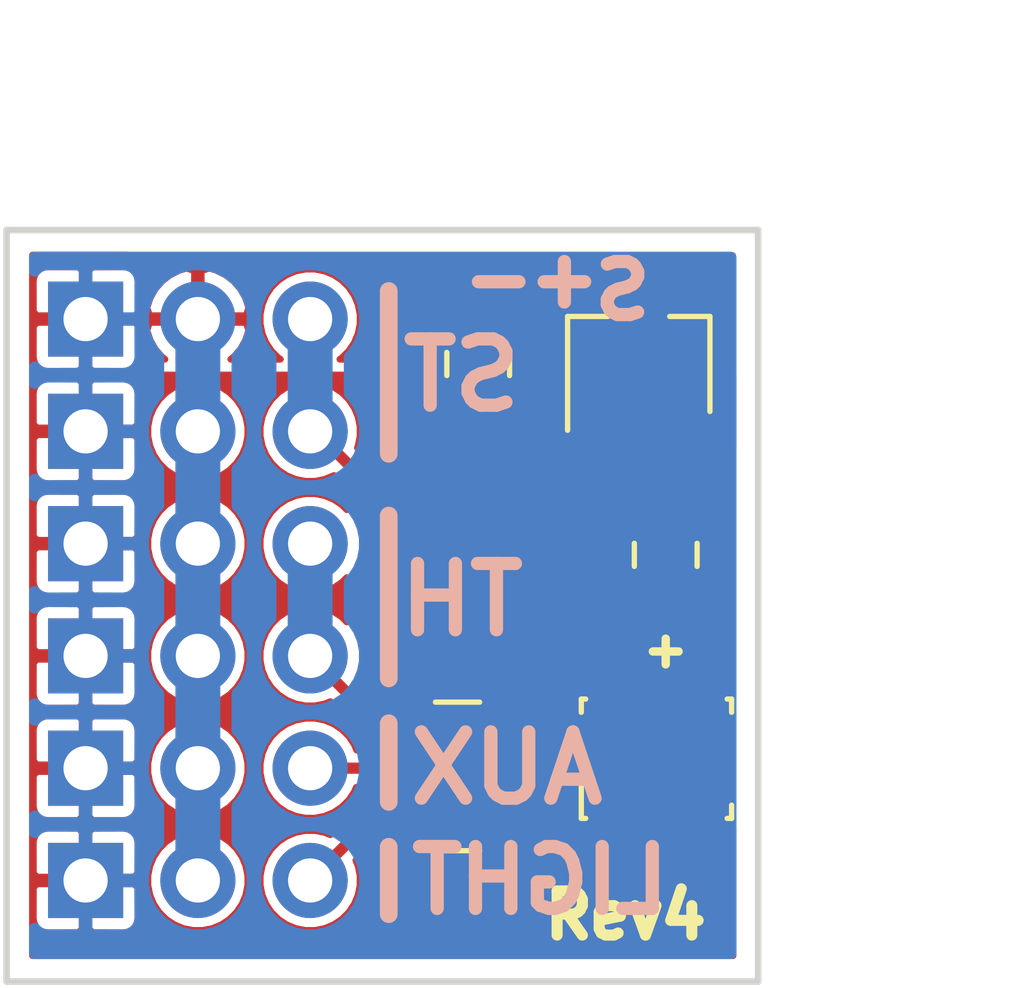
<source format=kicad_pcb>
(kicad_pcb (version 20171130) (host pcbnew 5.1.9-73d0e3b20d~88~ubuntu18.04.1)

  (general
    (thickness 1.6)
    (drawings 17)
    (tracks 39)
    (zones 0)
    (modules 11)
    (nets 12)
  )

  (page User 215.9 139.7)
  (title_block
    (title "Pre-processor for RC Light Controller ")
    (date 2017-03-14)
    (rev 1)
    (company "LANE Boys RC")
  )

  (layers
    (0 F.Cu signal)
    (31 B.Cu signal)
    (32 B.Adhes user hide)
    (33 F.Adhes user hide)
    (34 B.Paste user hide)
    (35 F.Paste user)
    (36 B.SilkS user)
    (37 F.SilkS user)
    (38 B.Mask user hide)
    (39 F.Mask user hide)
    (40 Dwgs.User user hide)
    (41 Cmts.User user)
    (42 Eco1.User user hide)
    (43 Eco2.User user hide)
    (44 Edge.Cuts user)
    (45 Margin user hide)
    (46 B.CrtYd user hide)
    (47 F.CrtYd user hide)
    (48 B.Fab user hide)
    (49 F.Fab user hide)
  )

  (setup
    (last_trace_width 0.2286)
    (user_trace_width 0.2032)
    (user_trace_width 0.2286)
    (user_trace_width 0.381)
    (user_trace_width 0.508)
    (user_trace_width 0.762)
    (user_trace_width 1.016)
    (trace_clearance 0.1524)
    (zone_clearance 0.2032)
    (zone_45_only no)
    (trace_min 0.1524)
    (via_size 0.8)
    (via_drill 0.5)
    (via_min_size 0.4)
    (via_min_drill 0.3)
    (uvia_size 0.3)
    (uvia_drill 0.1)
    (uvias_allowed no)
    (uvia_min_size 0)
    (uvia_min_drill 0)
    (edge_width 0.15)
    (segment_width 0.4)
    (pcb_text_width 0.3)
    (pcb_text_size 1.5 1.5)
    (mod_edge_width 0.15)
    (mod_text_size 1 1)
    (mod_text_width 0.15)
    (pad_size 0.8 0.4)
    (pad_drill 0)
    (pad_to_mask_clearance 0.0508)
    (solder_mask_min_width 0.0508)
    (pad_to_paste_clearance_ratio -0.05)
    (aux_axis_origin 114.3 66.04)
    (grid_origin 114.3 66.04)
    (visible_elements 7FFFFF7F)
    (pcbplotparams
      (layerselection 0x010f0_ffffffff)
      (usegerberextensions true)
      (usegerberattributes false)
      (usegerberadvancedattributes false)
      (creategerberjobfile false)
      (excludeedgelayer true)
      (linewidth 0.100000)
      (plotframeref false)
      (viasonmask false)
      (mode 1)
      (useauxorigin false)
      (hpglpennumber 1)
      (hpglpenspeed 20)
      (hpglpendiameter 15.000000)
      (psnegative false)
      (psa4output false)
      (plotreference false)
      (plotvalue false)
      (plotinvisibletext false)
      (padsonsilk false)
      (subtractmaskfromsilk false)
      (outputformat 1)
      (mirror false)
      (drillshape 0)
      (scaleselection 1)
      (outputdirectory "gerber/"))
  )

  (net 0 "")
  (net 1 VCC)
  (net 2 GND)
  (net 3 +3V3)
  (net 4 /ST)
  (net 5 /TH)
  (net 6 /AUX)
  (net 7 /LIGHT)
  (net 8 /ST_IN)
  (net 9 /TH_IN)
  (net 10 /AUX_IN)
  (net 11 /LIGHT_OUT)

  (net_class Default "This is the default net class."
    (clearance 0.1524)
    (trace_width 0.254)
    (via_dia 0.8)
    (via_drill 0.5)
    (uvia_dia 0.3)
    (uvia_drill 0.1)
    (add_net +3V3)
    (add_net /AUX)
    (add_net /AUX_IN)
    (add_net /LIGHT)
    (add_net /LIGHT_OUT)
    (add_net /ST)
    (add_net /ST_IN)
    (add_net /TH)
    (add_net /TH_IN)
    (add_net GND)
    (add_net VCC)
  )

  (module Package_SON:NXP_XSON-16 (layer F.Cu) (tedit 5A02F1D8) (tstamp 5D287C83)
    (at 129 61 90)
    (descr http://www.nxp.com/documents/outline_drawing/SOT1341-1.pdf)
    (tags "NXP XSON SOT-1341")
    (path /58AF9BA8)
    (attr smd)
    (fp_text reference U2 (at 0 -3 90) (layer F.SilkS) hide
      (effects (font (size 1 1) (thickness 0.15)))
    )
    (fp_text value LPC811M001JDH16_TSSOP16 (at 0 3 90) (layer F.Fab)
      (effects (font (size 1 1) (thickness 0.15)))
    )
    (fp_text user %R (at 0 0 90) (layer F.Fab)
      (effects (font (size 0.6 0.6) (thickness 0.1)))
    )
    (fp_line (start 1.35 -1.7) (end 1.35 -1.6) (layer F.SilkS) (width 0.12))
    (fp_line (start 1.35 -1.7) (end 1.05 -1.7) (layer F.SilkS) (width 0.12))
    (fp_line (start -0.65 -1.6) (end -1.25 -1) (layer F.Fab) (width 0.1))
    (fp_line (start 1.25 -1.6) (end 1.25 1.6) (layer F.Fab) (width 0.1))
    (fp_line (start -1.25 1.6) (end 1.25 1.6) (layer F.Fab) (width 0.1))
    (fp_line (start -0.625 -1.6) (end 1.25 -1.6) (layer F.Fab) (width 0.1))
    (fp_line (start -1.25 -0.975) (end -1.25 1.6) (layer F.Fab) (width 0.1))
    (fp_line (start 1.35 1.7) (end 1.05 1.7) (layer F.SilkS) (width 0.12))
    (fp_line (start 1.35 1.6) (end 1.35 1.7) (layer F.SilkS) (width 0.12))
    (fp_line (start -1.35 1.6) (end -1.35 1.7) (layer F.SilkS) (width 0.12))
    (fp_line (start -1.35 1.7) (end -1.05 1.7) (layer F.SilkS) (width 0.12))
    (fp_line (start -1.35 -1.7) (end -1.35 -1.6) (layer F.SilkS) (width 0.12))
    (fp_line (start -1.35 -1.7) (end -0.35 -1.7) (layer F.SilkS) (width 0.12))
    (fp_line (start -1.67 -1.85) (end 1.67 -1.85) (layer F.CrtYd) (width 0.05))
    (fp_line (start -1.67 -1.85) (end -1.67 1.85) (layer F.CrtYd) (width 0.05))
    (fp_line (start 1.67 1.85) (end 1.67 -1.85) (layer F.CrtYd) (width 0.05))
    (fp_line (start 1.67 1.85) (end -1.67 1.85) (layer F.CrtYd) (width 0.05))
    (pad 9 smd rect (at 0.885 1.4 90) (size 1.07 0.22) (layers F.Cu F.Paste F.Mask))
    (pad 10 smd rect (at 0.885 1 90) (size 1.07 0.22) (layers F.Cu F.Paste F.Mask))
    (pad 11 smd rect (at 0.885 0.6 90) (size 1.07 0.22) (layers F.Cu F.Paste F.Mask))
    (pad 12 smd rect (at 0.885 0.2 90) (size 1.07 0.22) (layers F.Cu F.Paste F.Mask)
      (net 3 +3V3))
    (pad 13 smd rect (at 0.885 -0.2 90) (size 1.07 0.22) (layers F.Cu F.Paste F.Mask)
      (net 2 GND))
    (pad 14 smd rect (at 0.885 -0.6 90) (size 1.07 0.22) (layers F.Cu F.Paste F.Mask))
    (pad 15 smd rect (at 0.885 -1 90) (size 1.07 0.22) (layers F.Cu F.Paste F.Mask))
    (pad 8 smd rect (at -0.885 1.4 90) (size 1.07 0.22) (layers F.Cu F.Paste F.Mask))
    (pad 7 smd rect (at -0.885 1 90) (size 1.07 0.22) (layers F.Cu F.Paste F.Mask))
    (pad 6 smd rect (at -0.885 0.6 90) (size 1.07 0.22) (layers F.Cu F.Paste F.Mask))
    (pad 5 smd rect (at -0.885 0.2 90) (size 1.07 0.22) (layers F.Cu F.Paste F.Mask))
    (pad 4 smd rect (at -0.885 -0.2 90) (size 1.07 0.22) (layers F.Cu F.Paste F.Mask)
      (net 5 /TH))
    (pad 3 smd rect (at -0.885 -0.6 90) (size 1.07 0.22) (layers F.Cu F.Paste F.Mask))
    (pad 2 smd rect (at -0.885 -1 90) (size 1.07 0.22) (layers F.Cu F.Paste F.Mask)
      (net 7 /LIGHT))
    (pad 16 smd rect (at 0.885 -1.4 90) (size 1.07 0.22) (layers F.Cu F.Paste F.Mask)
      (net 4 /ST))
    (pad 1 smd rect (at -0.885 -1.4 90) (size 1.07 0.22) (layers F.Cu F.Paste F.Mask)
      (net 6 /AUX))
    (model ${KISYS3DMOD}/Package_SON.3dshapes/NXP_XSON-16.wrl
      (at (xyz 0 0 0))
      (scale (xyz 1 1 1))
      (rotate (xyz 0 0 0))
    )
  )

  (module Package_TO_SOT_SMD:SOT-23W (layer F.Cu) (tedit 5A02FF57) (tstamp 5D286456)
    (at 128.6002 52.07 90)
    (descr "SOT-23W http://www.allegromicro.com/~/media/Files/Datasheets/A112x-Datasheet.ashx?la=en&hash=7BC461E058CC246E0BAB62433B2F1ECA104CA9D3")
    (tags SOT-23W)
    (path /58AF9BBC)
    (attr smd)
    (fp_text reference U1 (at 0 -2.5 180) (layer F.SilkS) hide
      (effects (font (size 1 1) (thickness 0.15)))
    )
    (fp_text value MCP1703T-3302E/CB (at 0 2.5 90) (layer F.Fab)
      (effects (font (size 1 1) (thickness 0.15)))
    )
    (fp_text user %R (at 0 0) (layer F.Fab)
      (effects (font (size 0.5 0.5) (thickness 0.075)))
    )
    (fp_line (start 1.075 -1.61) (end 1.075 -0.7) (layer F.SilkS) (width 0.12))
    (fp_line (start 1.075 0.7) (end 1.075 1.61) (layer F.SilkS) (width 0.12))
    (fp_line (start -1.5 -1.61) (end 1.075 -1.61) (layer F.SilkS) (width 0.12))
    (fp_line (start -1.075 1.61) (end 1.075 1.61) (layer F.SilkS) (width 0.12))
    (fp_line (start -0.955 -0.49) (end -0.955 1.49) (layer F.Fab) (width 0.1))
    (fp_line (start 0.045 -1.49) (end 0.955 -1.49) (layer F.Fab) (width 0.1))
    (fp_line (start -0.955 -0.49) (end 0.045 -1.49) (layer F.Fab) (width 0.1))
    (fp_line (start 0.955 -1.49) (end 0.955 1.49) (layer F.Fab) (width 0.1))
    (fp_line (start -0.955 1.49) (end 0.955 1.49) (layer F.Fab) (width 0.1))
    (fp_line (start -1.95 -1.74) (end 1.95 -1.74) (layer F.CrtYd) (width 0.05))
    (fp_line (start 1.95 -1.74) (end 1.95 1.74) (layer F.CrtYd) (width 0.05))
    (fp_line (start 1.95 1.74) (end -1.95 1.74) (layer F.CrtYd) (width 0.05))
    (fp_line (start -1.95 1.74) (end -1.95 -1.74) (layer F.CrtYd) (width 0.05))
    (pad 3 smd rect (at 1.2 0 90) (size 1 0.7) (layers F.Cu F.Paste F.Mask)
      (net 1 VCC))
    (pad 2 smd rect (at -1.2 0.95 90) (size 1 0.7) (layers F.Cu F.Paste F.Mask)
      (net 3 +3V3))
    (pad 1 smd rect (at -1.2 -0.95 90) (size 1 0.7) (layers F.Cu F.Paste F.Mask)
      (net 2 GND))
    (model ${KISYS3DMOD}/Package_TO_SOT_SMD.3dshapes/SOT-23W.wrl
      (at (xyz 0 0 0))
      (scale (xyz 1 1 1))
      (rotate (xyz 0 0 0))
    )
  )

  (module Resistor_SMD:R_Array_Convex_4x0603 (layer F.Cu) (tedit 58E0A8B2) (tstamp 601F8304)
    (at 124.5 61.4)
    (descr "Chip Resistor Network, ROHM MNR14 (see mnr_g.pdf)")
    (tags "resistor array")
    (path /601F9E94)
    (attr smd)
    (fp_text reference RN1 (at 0 -2.8) (layer F.SilkS) hide
      (effects (font (size 1 1) (thickness 0.15)))
    )
    (fp_text value 1K (at 0 2.8) (layer F.Fab)
      (effects (font (size 1 1) (thickness 0.15)))
    )
    (fp_text user %R (at 0 0 90) (layer F.Fab)
      (effects (font (size 0.5 0.5) (thickness 0.075)))
    )
    (fp_line (start -0.8 -1.6) (end 0.8 -1.6) (layer F.Fab) (width 0.1))
    (fp_line (start 0.8 -1.6) (end 0.8 1.6) (layer F.Fab) (width 0.1))
    (fp_line (start 0.8 1.6) (end -0.8 1.6) (layer F.Fab) (width 0.1))
    (fp_line (start -0.8 1.6) (end -0.8 -1.6) (layer F.Fab) (width 0.1))
    (fp_line (start 0.5 1.68) (end -0.5 1.68) (layer F.SilkS) (width 0.12))
    (fp_line (start 0.5 -1.68) (end -0.5 -1.68) (layer F.SilkS) (width 0.12))
    (fp_line (start -1.55 -1.85) (end 1.55 -1.85) (layer F.CrtYd) (width 0.05))
    (fp_line (start -1.55 -1.85) (end -1.55 1.85) (layer F.CrtYd) (width 0.05))
    (fp_line (start 1.55 1.85) (end 1.55 -1.85) (layer F.CrtYd) (width 0.05))
    (fp_line (start 1.55 1.85) (end -1.55 1.85) (layer F.CrtYd) (width 0.05))
    (pad 5 smd rect (at 0.9 1.2) (size 0.8 0.5) (layers F.Cu F.Paste F.Mask)
      (net 7 /LIGHT))
    (pad 6 smd rect (at 0.9 0.4) (size 0.8 0.4) (layers F.Cu F.Paste F.Mask)
      (net 6 /AUX))
    (pad 8 smd rect (at 0.9 -1.2) (size 0.8 0.5) (layers F.Cu F.Paste F.Mask)
      (net 4 /ST))
    (pad 7 smd rect (at 0.9 -0.4) (size 0.8 0.4) (layers F.Cu F.Paste F.Mask)
      (net 5 /TH))
    (pad 4 smd rect (at -0.9 1.2) (size 0.8 0.5) (layers F.Cu F.Paste F.Mask)
      (net 11 /LIGHT_OUT))
    (pad 2 smd rect (at -0.9 -0.4) (size 0.8 0.4) (layers F.Cu F.Paste F.Mask)
      (net 9 /TH_IN))
    (pad 3 smd rect (at -0.9 0.4) (size 0.8 0.4) (layers F.Cu F.Paste F.Mask)
      (net 10 /AUX_IN))
    (pad 1 smd rect (at -0.9 -1.2) (size 0.8 0.5) (layers F.Cu F.Paste F.Mask)
      (net 8 /ST_IN))
    (model ${KISYS3DMOD}/Resistor_SMD.3dshapes/R_Array_Convex_4x0603.wrl
      (at (xyz 0 0 0))
      (scale (xyz 1 1 1))
      (rotate (xyz 0 0 0))
    )
  )

  (module Pin_Headers:Pin_Header_Straight_1x03_Pitch2.54mm (layer B.Cu) (tedit 5D27FC21) (tstamp 58B382BB)
    (at 116.086 51.054 270)
    (descr "Through hole straight pin header, 1x03, 2.54mm pitch, single row")
    (tags "Through hole pin header THT 1x03 2.54mm single row")
    (path /58AF9CB3)
    (fp_text reference P2 (at 0 2.39 270) (layer B.SilkS) hide
      (effects (font (size 1 1) (thickness 0.15)) (justify mirror))
    )
    (fp_text value ST-OUT (at 0 -7.47 270) (layer B.Fab) hide
      (effects (font (size 1 1) (thickness 0.15)) (justify mirror))
    )
    (fp_line (start 1.6 1.6) (end -1.6 1.6) (layer B.CrtYd) (width 0.05))
    (fp_line (start 1.6 -6.6) (end 1.6 1.6) (layer B.CrtYd) (width 0.05))
    (fp_line (start -1.6 -6.6) (end 1.6 -6.6) (layer B.CrtYd) (width 0.05))
    (fp_line (start -1.6 1.6) (end -1.6 -6.6) (layer B.CrtYd) (width 0.05))
    (fp_line (start 1.27 1.27) (end -1.27 1.27) (layer B.Fab) (width 0.1))
    (fp_line (start 1.27 -6.35) (end 1.27 1.27) (layer B.Fab) (width 0.1))
    (fp_line (start -1.27 -6.35) (end 1.27 -6.35) (layer B.Fab) (width 0.1))
    (fp_line (start -1.27 1.27) (end -1.27 -6.35) (layer B.Fab) (width 0.1))
    (pad 1 thru_hole rect (at 0 0 270) (size 1.7 1.7) (drill 1) (layers *.Cu *.Mask)
      (net 2 GND))
    (pad 2 thru_hole oval (at 0 -2.54 270) (size 1.7 1.7) (drill 1) (layers *.Cu *.Mask)
      (net 1 VCC))
    (pad 3 thru_hole oval (at 0 -5.08 270) (size 1.7 1.7) (drill 1) (layers *.Cu *.Mask)
      (net 8 /ST_IN))
    (model Pin_Headers.3dshapes/Pin_Header_Straight_1x03_Pitch2.54mm.wrl
      (at (xyz 0 0 0))
      (scale (xyz 1 1 1))
      (rotate (xyz 0 0 0))
    )
  )

  (module Pin_Headers:Pin_Header_Straight_1x03_Pitch2.54mm (layer B.Cu) (tedit 5D27FC15) (tstamp 58B382A6)
    (at 116.086 53.594 270)
    (descr "Through hole straight pin header, 1x03, 2.54mm pitch, single row")
    (tags "Through hole pin header THT 1x03 2.54mm single row")
    (path /58AF9C1E)
    (fp_text reference P1 (at 0 2.39 270) (layer B.SilkS) hide
      (effects (font (size 1 1) (thickness 0.15)) (justify mirror))
    )
    (fp_text value ST-IN (at 0 -7.47 270) (layer B.Fab) hide
      (effects (font (size 1 1) (thickness 0.15)) (justify mirror))
    )
    (fp_line (start 1.6 1.6) (end -1.6 1.6) (layer B.CrtYd) (width 0.05))
    (fp_line (start 1.6 -6.6) (end 1.6 1.6) (layer B.CrtYd) (width 0.05))
    (fp_line (start -1.6 -6.6) (end 1.6 -6.6) (layer B.CrtYd) (width 0.05))
    (fp_line (start -1.6 1.6) (end -1.6 -6.6) (layer B.CrtYd) (width 0.05))
    (fp_line (start 1.27 1.27) (end -1.27 1.27) (layer B.Fab) (width 0.1))
    (fp_line (start 1.27 -6.35) (end 1.27 1.27) (layer B.Fab) (width 0.1))
    (fp_line (start -1.27 -6.35) (end 1.27 -6.35) (layer B.Fab) (width 0.1))
    (fp_line (start -1.27 1.27) (end -1.27 -6.35) (layer B.Fab) (width 0.1))
    (pad 1 thru_hole rect (at 0 0 270) (size 1.7 1.7) (drill 1) (layers *.Cu *.Mask)
      (net 2 GND))
    (pad 2 thru_hole oval (at 0 -2.54 270) (size 1.7 1.7) (drill 1) (layers *.Cu *.Mask)
      (net 1 VCC))
    (pad 3 thru_hole oval (at 0 -5.08 270) (size 1.7 1.7) (drill 1) (layers *.Cu *.Mask)
      (net 8 /ST_IN))
    (model Pin_Headers.3dshapes/Pin_Header_Straight_1x03_Pitch2.54mm.wrl
      (at (xyz 0 0 0))
      (scale (xyz 1 1 1))
      (rotate (xyz 0 0 0))
    )
  )

  (module Pin_Headers:Pin_Header_Straight_1x03_Pitch2.54mm (layer B.Cu) (tedit 5D27FC06) (tstamp 58B382E5)
    (at 116.086 58.674 270)
    (descr "Through hole straight pin header, 1x03, 2.54mm pitch, single row")
    (tags "Through hole pin header THT 1x03 2.54mm single row")
    (path /58AF9D12)
    (fp_text reference P4 (at 0 2.39 270) (layer B.SilkS) hide
      (effects (font (size 1 1) (thickness 0.15)) (justify mirror))
    )
    (fp_text value TH-OUT (at 0 -7.47 270) (layer B.Fab) hide
      (effects (font (size 1 1) (thickness 0.15)) (justify mirror))
    )
    (fp_line (start 1.6 1.6) (end -1.6 1.6) (layer B.CrtYd) (width 0.05))
    (fp_line (start 1.6 -6.6) (end 1.6 1.6) (layer B.CrtYd) (width 0.05))
    (fp_line (start -1.6 -6.6) (end 1.6 -6.6) (layer B.CrtYd) (width 0.05))
    (fp_line (start -1.6 1.6) (end -1.6 -6.6) (layer B.CrtYd) (width 0.05))
    (fp_line (start 1.27 1.27) (end -1.27 1.27) (layer B.Fab) (width 0.1))
    (fp_line (start 1.27 -6.35) (end 1.27 1.27) (layer B.Fab) (width 0.1))
    (fp_line (start -1.27 -6.35) (end 1.27 -6.35) (layer B.Fab) (width 0.1))
    (fp_line (start -1.27 1.27) (end -1.27 -6.35) (layer B.Fab) (width 0.1))
    (pad 1 thru_hole rect (at 0 0 270) (size 1.7 1.7) (drill 1) (layers *.Cu *.Mask)
      (net 2 GND))
    (pad 2 thru_hole oval (at 0 -2.54 270) (size 1.7 1.7) (drill 1) (layers *.Cu *.Mask)
      (net 1 VCC))
    (pad 3 thru_hole oval (at 0 -5.08 270) (size 1.7 1.7) (drill 1) (layers *.Cu *.Mask)
      (net 9 /TH_IN))
    (model Pin_Headers.3dshapes/Pin_Header_Straight_1x03_Pitch2.54mm.wrl
      (at (xyz 0 0 0))
      (scale (xyz 1 1 1))
      (rotate (xyz 0 0 0))
    )
  )

  (module Pin_Headers:Pin_Header_Straight_1x03_Pitch2.54mm (layer B.Cu) (tedit 5D27FBFB) (tstamp 58B382D0)
    (at 116.086 56.134 270)
    (descr "Through hole straight pin header, 1x03, 2.54mm pitch, single row")
    (tags "Through hole pin header THT 1x03 2.54mm single row")
    (path /58AF9CE6)
    (fp_text reference P3 (at 0 2.39 270) (layer B.SilkS) hide
      (effects (font (size 1 1) (thickness 0.15)) (justify mirror))
    )
    (fp_text value TH-IN (at 0 -7.47 270) (layer B.Fab) hide
      (effects (font (size 1 1) (thickness 0.15)) (justify mirror))
    )
    (fp_line (start 1.6 1.6) (end -1.6 1.6) (layer B.CrtYd) (width 0.05))
    (fp_line (start 1.6 -6.6) (end 1.6 1.6) (layer B.CrtYd) (width 0.05))
    (fp_line (start -1.6 -6.6) (end 1.6 -6.6) (layer B.CrtYd) (width 0.05))
    (fp_line (start -1.6 1.6) (end -1.6 -6.6) (layer B.CrtYd) (width 0.05))
    (fp_line (start 1.27 1.27) (end -1.27 1.27) (layer B.Fab) (width 0.1))
    (fp_line (start 1.27 -6.35) (end 1.27 1.27) (layer B.Fab) (width 0.1))
    (fp_line (start -1.27 -6.35) (end 1.27 -6.35) (layer B.Fab) (width 0.1))
    (fp_line (start -1.27 1.27) (end -1.27 -6.35) (layer B.Fab) (width 0.1))
    (pad 1 thru_hole rect (at 0 0 270) (size 1.7 1.7) (drill 1) (layers *.Cu *.Mask)
      (net 2 GND))
    (pad 2 thru_hole oval (at 0 -2.54 270) (size 1.7 1.7) (drill 1) (layers *.Cu *.Mask)
      (net 1 VCC))
    (pad 3 thru_hole oval (at 0 -5.08 270) (size 1.7 1.7) (drill 1) (layers *.Cu *.Mask)
      (net 9 /TH_IN))
    (model Pin_Headers.3dshapes/Pin_Header_Straight_1x03_Pitch2.54mm.wrl
      (at (xyz 0 0 0))
      (scale (xyz 1 1 1))
      (rotate (xyz 0 0 0))
    )
  )

  (module Pin_Headers:Pin_Header_Straight_1x03_Pitch2.54mm (layer B.Cu) (tedit 5D27FBE2) (tstamp 58B382FA)
    (at 116.086 61.214 270)
    (descr "Through hole straight pin header, 1x03, 2.54mm pitch, single row")
    (tags "Through hole pin header THT 1x03 2.54mm single row")
    (path /58AF9D7F)
    (fp_text reference P5 (at 0 2.39 270) (layer B.SilkS) hide
      (effects (font (size 1 1) (thickness 0.15)) (justify mirror))
    )
    (fp_text value AUX-IN (at 0 -7.47 270) (layer B.Fab) hide
      (effects (font (size 1 1) (thickness 0.15)) (justify mirror))
    )
    (fp_line (start 1.6 1.6) (end -1.6 1.6) (layer B.CrtYd) (width 0.05))
    (fp_line (start 1.6 -6.6) (end 1.6 1.6) (layer B.CrtYd) (width 0.05))
    (fp_line (start -1.6 -6.6) (end 1.6 -6.6) (layer B.CrtYd) (width 0.05))
    (fp_line (start -1.6 1.6) (end -1.6 -6.6) (layer B.CrtYd) (width 0.05))
    (fp_line (start 1.27 1.27) (end -1.27 1.27) (layer B.Fab) (width 0.1))
    (fp_line (start 1.27 -6.35) (end 1.27 1.27) (layer B.Fab) (width 0.1))
    (fp_line (start -1.27 -6.35) (end 1.27 -6.35) (layer B.Fab) (width 0.1))
    (fp_line (start -1.27 1.27) (end -1.27 -6.35) (layer B.Fab) (width 0.1))
    (pad 1 thru_hole rect (at 0 0 270) (size 1.7 1.7) (drill 1) (layers *.Cu *.Mask)
      (net 2 GND))
    (pad 2 thru_hole oval (at 0 -2.54 270) (size 1.7 1.7) (drill 1) (layers *.Cu *.Mask)
      (net 1 VCC))
    (pad 3 thru_hole oval (at 0 -5.08 270) (size 1.7 1.7) (drill 1) (layers *.Cu *.Mask)
      (net 10 /AUX_IN))
    (model Pin_Headers.3dshapes/Pin_Header_Straight_1x03_Pitch2.54mm.wrl
      (at (xyz 0 0 0))
      (scale (xyz 1 1 1))
      (rotate (xyz 0 0 0))
    )
  )

  (module Pin_Headers:Pin_Header_Straight_1x03_Pitch2.54mm (layer B.Cu) (tedit 5D27FBC0) (tstamp 58B3830F)
    (at 116.086 63.754 270)
    (descr "Through hole straight pin header, 1x03, 2.54mm pitch, single row")
    (tags "Through hole pin header THT 1x03 2.54mm single row")
    (path /58AF9DBB)
    (fp_text reference P6 (at 0 2.39 270) (layer B.SilkS) hide
      (effects (font (size 1 1) (thickness 0.15)) (justify mirror))
    )
    (fp_text value "LIGHT CONTROLLER" (at 0 -7.47 270) (layer B.Fab) hide
      (effects (font (size 1 1) (thickness 0.15)) (justify mirror))
    )
    (fp_line (start 1.6 1.6) (end -1.6 1.6) (layer B.CrtYd) (width 0.05))
    (fp_line (start 1.6 -6.6) (end 1.6 1.6) (layer B.CrtYd) (width 0.05))
    (fp_line (start -1.6 -6.6) (end 1.6 -6.6) (layer B.CrtYd) (width 0.05))
    (fp_line (start -1.6 1.6) (end -1.6 -6.6) (layer B.CrtYd) (width 0.05))
    (fp_line (start 1.27 1.27) (end -1.27 1.27) (layer B.Fab) (width 0.1))
    (fp_line (start 1.27 -6.35) (end 1.27 1.27) (layer B.Fab) (width 0.1))
    (fp_line (start -1.27 -6.35) (end 1.27 -6.35) (layer B.Fab) (width 0.1))
    (fp_line (start -1.27 1.27) (end -1.27 -6.35) (layer B.Fab) (width 0.1))
    (pad 1 thru_hole rect (at 0 0 270) (size 1.7 1.7) (drill 1) (layers *.Cu *.Mask)
      (net 2 GND))
    (pad 2 thru_hole oval (at 0 -2.54 270) (size 1.7 1.7) (drill 1) (layers *.Cu *.Mask)
      (net 1 VCC))
    (pad 3 thru_hole oval (at 0 -5.08 270) (size 1.7 1.7) (drill 1) (layers *.Cu *.Mask)
      (net 11 /LIGHT_OUT))
    (model Pin_Headers.3dshapes/Pin_Header_Straight_1x03_Pitch2.54mm.wrl
      (at (xyz 0 0 0))
      (scale (xyz 1 1 1))
      (rotate (xyz 0 0 0))
    )
  )

  (module Capacitor_SMD:C_0805_2012Metric_Pad1.15x1.40mm_HandSolder (layer F.Cu) (tedit 5D27F92E) (tstamp 5D2863F6)
    (at 124.968 52.07 270)
    (descr "Capacitor SMD 0805 (2012 Metric), square (rectangular) end terminal, IPC_7351 nominal with elongated pad for handsoldering. (Body size source: https://docs.google.com/spreadsheets/d/1BsfQQcO9C6DZCsRaXUlFlo91Tg2WpOkGARC1WS5S8t0/edit?usp=sharing), generated with kicad-footprint-generator")
    (tags "capacitor handsolder")
    (path /58AFA243)
    (attr smd)
    (fp_text reference C1 (at 0 -1.65 270) (layer F.SilkS) hide
      (effects (font (size 1 1) (thickness 0.15)))
    )
    (fp_text value 1u (at 0 1.65 270) (layer F.Fab)
      (effects (font (size 1 1) (thickness 0.15)))
    )
    (fp_line (start 1.85 0.95) (end -1.85 0.95) (layer F.CrtYd) (width 0.05))
    (fp_line (start 1.85 -0.95) (end 1.85 0.95) (layer F.CrtYd) (width 0.05))
    (fp_line (start -1.85 -0.95) (end 1.85 -0.95) (layer F.CrtYd) (width 0.05))
    (fp_line (start -1.85 0.95) (end -1.85 -0.95) (layer F.CrtYd) (width 0.05))
    (fp_line (start -0.261252 0.71) (end 0.261252 0.71) (layer F.SilkS) (width 0.12))
    (fp_line (start -0.261252 -0.71) (end 0.261252 -0.71) (layer F.SilkS) (width 0.12))
    (fp_line (start 1 0.6) (end -1 0.6) (layer F.Fab) (width 0.1))
    (fp_line (start 1 -0.6) (end 1 0.6) (layer F.Fab) (width 0.1))
    (fp_line (start -1 -0.6) (end 1 -0.6) (layer F.Fab) (width 0.1))
    (fp_line (start -1 0.6) (end -1 -0.6) (layer F.Fab) (width 0.1))
    (fp_text user %R (at 0 0 270) (layer F.Fab)
      (effects (font (size 0.5 0.5) (thickness 0.08)))
    )
    (pad 1 smd roundrect (at -1.025 0 270) (size 1.15 1.4) (layers F.Cu F.Paste F.Mask) (roundrect_rratio 0.217391)
      (net 1 VCC))
    (pad 2 smd roundrect (at 1.025 0 270) (size 1.15 1.4) (layers F.Cu F.Paste F.Mask) (roundrect_rratio 0.217391)
      (net 2 GND))
    (model ${KISYS3DMOD}/Capacitor_SMD.3dshapes/C_0805_2012Metric.wrl
      (at (xyz 0 0 0))
      (scale (xyz 1 1 1))
      (rotate (xyz 0 0 0))
    )
  )

  (module Capacitor_SMD:C_0805_2012Metric_Pad1.15x1.40mm_HandSolder (layer F.Cu) (tedit 5D27F93F) (tstamp 5D2867FA)
    (at 129.2098 56.388 90)
    (descr "Capacitor SMD 0805 (2012 Metric), square (rectangular) end terminal, IPC_7351 nominal with elongated pad for handsoldering. (Body size source: https://docs.google.com/spreadsheets/d/1BsfQQcO9C6DZCsRaXUlFlo91Tg2WpOkGARC1WS5S8t0/edit?usp=sharing), generated with kicad-footprint-generator")
    (tags "capacitor handsolder")
    (path /58AFA5B0)
    (attr smd)
    (fp_text reference C2 (at 0 -1.65 270) (layer F.SilkS) hide
      (effects (font (size 1 1) (thickness 0.15)))
    )
    (fp_text value "47u/6V3 Polymer 0805" (at 0 1.65 270) (layer F.Fab)
      (effects (font (size 1 1) (thickness 0.15)))
    )
    (fp_line (start -1 0.6) (end -1 -0.6) (layer F.Fab) (width 0.1))
    (fp_line (start -1 -0.6) (end 1 -0.6) (layer F.Fab) (width 0.1))
    (fp_line (start 1 -0.6) (end 1 0.6) (layer F.Fab) (width 0.1))
    (fp_line (start 1 0.6) (end -1 0.6) (layer F.Fab) (width 0.1))
    (fp_line (start -0.261252 -0.71) (end 0.261252 -0.71) (layer F.SilkS) (width 0.12))
    (fp_line (start -0.261252 0.71) (end 0.261252 0.71) (layer F.SilkS) (width 0.12))
    (fp_line (start -1.85 0.95) (end -1.85 -0.95) (layer F.CrtYd) (width 0.05))
    (fp_line (start -1.85 -0.95) (end 1.85 -0.95) (layer F.CrtYd) (width 0.05))
    (fp_line (start 1.85 -0.95) (end 1.85 0.95) (layer F.CrtYd) (width 0.05))
    (fp_line (start 1.85 0.95) (end -1.85 0.95) (layer F.CrtYd) (width 0.05))
    (fp_text user %R (at 0 0 270) (layer F.Fab)
      (effects (font (size 0.5 0.5) (thickness 0.08)))
    )
    (pad 2 smd roundrect (at 1.025 0 90) (size 1.15 1.4) (layers F.Cu F.Paste F.Mask) (roundrect_rratio 0.217391)
      (net 2 GND))
    (pad 1 smd roundrect (at -1.025 0 90) (size 1.15 1.4) (layers F.Cu F.Paste F.Mask) (roundrect_rratio 0.217391)
      (net 3 +3V3))
    (model ${KISYS3DMOD}/Capacitor_SMD.3dshapes/C_0805_2012Metric.wrl
      (at (xyz 0 0 0))
      (scale (xyz 1 1 1))
      (rotate (xyz 0 0 0))
    )
  )

  (gr_text + (at 129.2098 58.5216) (layer F.SilkS) (tstamp 5D286F54)
    (effects (font (size 0.762 0.762) (thickness 0.1905)))
  )
  (gr_line (start 122.944 62.992) (end 122.944 64.516) (angle 90) (layer B.SilkS) (width 0.4))
  (gr_line (start 122.944 60.198) (end 122.944 61.976) (angle 90) (layer B.SilkS) (width 0.4))
  (gr_line (start 122.944 55.499) (end 122.944 59.182) (angle 90) (layer B.SilkS) (width 0.4) (tstamp 59896612))
  (gr_line (start 122.944 50.419) (end 122.944 54.102) (angle 90) (layer B.SilkS) (width 0.4))
  (gr_text Rev4 (at 128.3 64.54) (layer F.SilkS) (tstamp 601F83F1)
    (effects (font (size 1 1) (thickness 0.25)))
  )
  (dimension 17 (width 0.3) (layer Cmts.User) (tstamp 58C796B3)
    (gr_text "17.000 mm" (at 122.8 45.69) (layer Cmts.User) (tstamp 58C796B3)
      (effects (font (size 1.5 1.5) (thickness 0.3)))
    )
    (feature1 (pts (xy 131.3 49.04) (xy 131.3 44.34)))
    (feature2 (pts (xy 114.3 49.04) (xy 114.3 44.34)))
    (crossbar (pts (xy 114.3 47.04) (xy 131.3 47.04)))
    (arrow1a (pts (xy 131.3 47.04) (xy 130.173496 47.626421)))
    (arrow1b (pts (xy 131.3 47.04) (xy 130.173496 46.453579)))
    (arrow2a (pts (xy 114.3 47.04) (xy 115.426504 47.626421)))
    (arrow2b (pts (xy 114.3 47.04) (xy 115.426504 46.453579)))
  )
  (dimension 17 (width 0.3) (layer Cmts.User)
    (gr_text "17.000 mm" (at 134.65 57.54 270) (layer Cmts.User)
      (effects (font (size 1.5 1.5) (thickness 0.3)))
    )
    (feature1 (pts (xy 131.3 66.04) (xy 136 66.04)))
    (feature2 (pts (xy 131.3 49.04) (xy 136 49.04)))
    (crossbar (pts (xy 133.3 49.04) (xy 133.3 66.04)))
    (arrow1a (pts (xy 133.3 66.04) (xy 132.713579 64.913496)))
    (arrow1b (pts (xy 133.3 66.04) (xy 133.886421 64.913496)))
    (arrow2a (pts (xy 133.3 49.04) (xy 132.713579 50.166504)))
    (arrow2b (pts (xy 133.3 49.04) (xy 133.886421 50.166504)))
  )
  (gr_text LIGHT (at 126.373 63.754) (layer B.SilkS)
    (effects (font (size 1.4 1.4) (thickness 0.3)) (justify mirror))
  )
  (gr_text AUX (at 125.611 61.214) (layer B.SilkS)
    (effects (font (size 1.5 1.5) (thickness 0.3)) (justify mirror))
  )
  (gr_text TH (at 124.595 57.404) (layer B.SilkS)
    (effects (font (size 1.5 1.5) (thickness 0.3)) (justify mirror))
  )
  (gr_text -+S (at 126.746 50.292 180) (layer B.SilkS)
    (effects (font (size 1.2 1.2) (thickness 0.3)) (justify mirror))
  )
  (gr_text ST (at 124.595 52.324) (layer B.SilkS)
    (effects (font (size 1.5 1.5) (thickness 0.3)) (justify mirror))
  )
  (gr_line (start 131.3 49.04) (end 114.3 49.04) (angle 90) (layer Edge.Cuts) (width 0.15))
  (gr_line (start 131.3 66.04) (end 131.3 49.04) (angle 90) (layer Edge.Cuts) (width 0.15))
  (gr_line (start 114.3 66.04) (end 131.3 66.04) (angle 90) (layer Edge.Cuts) (width 0.15))
  (gr_line (start 114.3 49.04) (end 114.3 66.04) (angle 90) (layer Edge.Cuts) (width 0.15))

  (segment (start 118.626 53.594) (end 118.626 51.054) (width 1.016) (layer B.Cu) (net 1) (status 30))
  (segment (start 118.626 53.594) (end 118.626 56.134) (width 1.016) (layer B.Cu) (net 1) (tstamp 58B38CF6) (status 30))
  (segment (start 118.626 56.134) (end 118.626 58.674) (width 1.016) (layer B.Cu) (net 1) (status 30))
  (segment (start 118.626 58.674) (end 118.626 61.214) (width 1.016) (layer B.Cu) (net 1) (tstamp 58B38CF9) (status 30))
  (segment (start 118.626 61.214) (end 118.626 63.754) (width 1.016) (layer B.Cu) (net 1) (status 30))
  (segment (start 129.2 57.4228) (end 129.2098 57.413) (width 0.2286) (layer F.Cu) (net 3))
  (segment (start 129.2 60.115) (end 129.2 57.4228) (width 0.2286) (layer F.Cu) (net 3))
  (segment (start 129.3405 57.413) (end 129.2098 57.413) (width 0.381) (layer F.Cu) (net 3))
  (segment (start 130.6068 56.1467) (end 129.3405 57.413) (width 0.381) (layer F.Cu) (net 3))
  (segment (start 130.6068 54.483) (end 130.6068 56.1467) (width 0.381) (layer F.Cu) (net 3))
  (segment (start 129.5502 53.27) (end 129.5502 53.4264) (width 0.381) (layer F.Cu) (net 3))
  (segment (start 129.5502 53.4264) (end 130.6068 54.483) (width 0.381) (layer F.Cu) (net 3))
  (segment (start 127.515 60.2) (end 127.6 60.115) (width 0.2286) (layer F.Cu) (net 4))
  (segment (start 125.4 60.2) (end 127.515 60.2) (width 0.2286) (layer F.Cu) (net 4))
  (segment (start 125.4 61) (end 128.564 61) (width 0.2286) (layer F.Cu) (net 5))
  (segment (start 128.8 61.236) (end 128.8 61.885) (width 0.2286) (layer F.Cu) (net 5))
  (segment (start 128.564 61) (end 128.8 61.236) (width 0.2286) (layer F.Cu) (net 5))
  (segment (start 127.515 61.8) (end 127.6 61.885) (width 0.2286) (layer F.Cu) (net 6))
  (segment (start 125.4 61.8) (end 127.515 61.8) (width 0.2286) (layer F.Cu) (net 6))
  (segment (start 125.538 62.738) (end 125.4 62.6) (width 0.2286) (layer F.Cu) (net 7))
  (segment (start 127.889 62.738) (end 125.538 62.738) (width 0.2286) (layer F.Cu) (net 7))
  (segment (start 128 61.885) (end 128 62.627) (width 0.2286) (layer F.Cu) (net 7))
  (segment (start 128 62.627) (end 127.889 62.738) (width 0.2286) (layer F.Cu) (net 7))
  (segment (start 121.666 53.594) (end 121.666 53.848) (width 0.381) (layer F.Cu) (net 8) (status 30))
  (segment (start 121.166 51.054) (end 121.166 53.594) (width 1.016) (layer B.Cu) (net 8) (status 30))
  (segment (start 121.166 53.594) (end 121.285 53.594) (width 0.254) (layer F.Cu) (net 8))
  (segment (start 121.285 53.594) (end 122.4026 54.7116) (width 0.254) (layer F.Cu) (net 8))
  (segment (start 122.4026 59.0026) (end 123.6 60.2) (width 0.254) (layer F.Cu) (net 8))
  (segment (start 122.4026 54.7116) (end 122.4026 59.0026) (width 0.254) (layer F.Cu) (net 8))
  (segment (start 121.166 56.134) (end 121.166 58.674) (width 1.016) (layer B.Cu) (net 9) (status 30))
  (segment (start 122.5804 60.0884) (end 121.166 58.674) (width 0.254) (layer F.Cu) (net 9))
  (segment (start 122.5804 60.6044) (end 122.5804 60.0884) (width 0.254) (layer F.Cu) (net 9))
  (segment (start 123.6 61) (end 122.976 61) (width 0.254) (layer F.Cu) (net 9))
  (segment (start 122.976 61) (end 122.5804 60.6044) (width 0.254) (layer F.Cu) (net 9))
  (segment (start 122.3518 61.214) (end 121.166 61.214) (width 0.254) (layer F.Cu) (net 10))
  (segment (start 123.6 61.8) (end 122.9378 61.8) (width 0.254) (layer F.Cu) (net 10))
  (segment (start 122.9378 61.8) (end 122.3518 61.214) (width 0.254) (layer F.Cu) (net 10))
  (segment (start 122.32 62.6) (end 121.166 63.754) (width 0.254) (layer F.Cu) (net 11))
  (segment (start 123.6 62.6) (end 122.32 62.6) (width 0.254) (layer F.Cu) (net 11))

  (zone (net 2) (net_name GND) (layer F.Cu) (tstamp 0) (hatch edge 0.508)
    (connect_pads (clearance 0.2032))
    (min_thickness 0.1524)
    (fill yes (arc_segments 16) (thermal_gap 0.254) (thermal_bridge_width 0.3048))
    (polygon
      (pts
        (xy 114.808 65.532) (xy 130.81 65.532) (xy 130.81 49.53) (xy 114.808 49.53)
      )
    )
    (filled_polygon
      (pts
        (xy 117.0206 49.884604) (xy 117.000731 49.878577) (xy 116.936 49.872202) (xy 116.24475 49.8738) (xy 116.1622 49.95635)
        (xy 116.1622 50.9778) (xy 116.1822 50.9778) (xy 116.1822 51.1302) (xy 116.1622 51.1302) (xy 116.1622 52.15165)
        (xy 116.24475 52.2342) (xy 116.936 52.235798) (xy 117.000731 52.229423) (xy 117.062974 52.210541) (xy 117.074986 52.20412)
        (xy 117.102434 52.237566) (xy 117.144774 52.272313) (xy 117.193078 52.298132) (xy 117.245492 52.314031) (xy 117.3 52.3194)
        (xy 124.005466 52.3194) (xy 123.99212 52.335663) (xy 123.961459 52.393026) (xy 123.942577 52.455269) (xy 123.936202 52.52)
        (xy 123.9378 52.93625) (xy 124.02035 53.0188) (xy 124.8918 53.0188) (xy 124.8918 52.9988) (xy 125.0442 52.9988)
        (xy 125.0442 53.0188) (xy 125.91565 53.0188) (xy 125.9982 52.93625) (xy 125.998838 52.77) (xy 126.968402 52.77)
        (xy 126.97 53.11125) (xy 127.05255 53.1938) (xy 127.574 53.1938) (xy 127.574 52.52235) (xy 127.7264 52.52235)
        (xy 127.7264 53.1938) (xy 128.24785 53.1938) (xy 128.3304 53.11125) (xy 128.331998 52.77) (xy 128.325623 52.705269)
        (xy 128.306741 52.643026) (xy 128.27608 52.585663) (xy 128.234817 52.535383) (xy 128.184537 52.49412) (xy 128.127174 52.463459)
        (xy 128.064931 52.444577) (xy 128.0002 52.438202) (xy 127.80895 52.4398) (xy 127.7264 52.52235) (xy 127.574 52.52235)
        (xy 127.49145 52.4398) (xy 127.3002 52.438202) (xy 127.235469 52.444577) (xy 127.173226 52.463459) (xy 127.115863 52.49412)
        (xy 127.065583 52.535383) (xy 127.02432 52.585663) (xy 126.993659 52.643026) (xy 126.974777 52.705269) (xy 126.968402 52.77)
        (xy 125.998838 52.77) (xy 125.999798 52.52) (xy 125.993423 52.455269) (xy 125.974541 52.393026) (xy 125.94388 52.335663)
        (xy 125.930534 52.3194) (xy 130.7338 52.3194) (xy 130.7338 53.945461) (xy 130.180951 53.392613) (xy 130.180951 52.77)
        (xy 130.175556 52.715228) (xy 130.15958 52.662561) (xy 130.133636 52.614023) (xy 130.098721 52.571479) (xy 130.056177 52.536564)
        (xy 130.007639 52.51062) (xy 129.954972 52.494644) (xy 129.9002 52.489249) (xy 129.2002 52.489249) (xy 129.145428 52.494644)
        (xy 129.092761 52.51062) (xy 129.044223 52.536564) (xy 129.001679 52.571479) (xy 128.966764 52.614023) (xy 128.94082 52.662561)
        (xy 128.924844 52.715228) (xy 128.919449 52.77) (xy 128.919449 53.77) (xy 128.924844 53.824772) (xy 128.94082 53.877439)
        (xy 128.966764 53.925977) (xy 129.001679 53.968521) (xy 129.044223 54.003436) (xy 129.092761 54.02938) (xy 129.145428 54.045356)
        (xy 129.2002 54.050751) (xy 129.510013 54.050751) (xy 129.916082 54.456821) (xy 129.9098 54.456202) (xy 129.36855 54.4578)
        (xy 129.286 54.54035) (xy 129.286 55.2868) (xy 129.306 55.2868) (xy 129.306 55.4392) (xy 129.286 55.4392)
        (xy 129.286 56.18565) (xy 129.36855 56.2682) (xy 129.81943 56.269531) (xy 129.531713 56.557249) (xy 128.759799 56.557249)
        (xy 128.656255 56.567447) (xy 128.55669 56.59765) (xy 128.46493 56.646697) (xy 128.384502 56.712702) (xy 128.318497 56.79313)
        (xy 128.26945 56.88489) (xy 128.239247 56.984455) (xy 128.229049 57.087999) (xy 128.229049 57.738001) (xy 128.239247 57.841545)
        (xy 128.26945 57.94111) (xy 128.318497 58.03287) (xy 128.384502 58.113298) (xy 128.46493 58.179303) (xy 128.55669 58.22835)
        (xy 128.656255 58.258553) (xy 128.759799 58.268751) (xy 128.806301 58.268751) (xy 128.8063 60.134332) (xy 128.809249 60.164275)
        (xy 128.809249 60.2112) (xy 128.790751 60.2112) (xy 128.790751 59.58) (xy 128.785356 59.525228) (xy 128.76938 59.472561)
        (xy 128.7662 59.466612) (xy 128.7662 59.33235) (xy 128.68365 59.2498) (xy 128.623794 59.254874) (xy 128.561638 59.274038)
        (xy 128.514213 59.299664) (xy 128.51 59.299249) (xy 128.29 59.299249) (xy 128.235228 59.304644) (xy 128.2 59.31533)
        (xy 128.164772 59.304644) (xy 128.11 59.299249) (xy 127.89 59.299249) (xy 127.835228 59.304644) (xy 127.8 59.31533)
        (xy 127.764772 59.304644) (xy 127.71 59.299249) (xy 127.49 59.299249) (xy 127.435228 59.304644) (xy 127.382561 59.32062)
        (xy 127.334023 59.346564) (xy 127.291479 59.381479) (xy 127.256564 59.424023) (xy 127.23062 59.472561) (xy 127.214644 59.525228)
        (xy 127.209249 59.58) (xy 127.209249 59.8063) (xy 126.039998 59.8063) (xy 126.033436 59.794023) (xy 125.998521 59.751479)
        (xy 125.955977 59.716564) (xy 125.907439 59.69062) (xy 125.854772 59.674644) (xy 125.8 59.669249) (xy 125 59.669249)
        (xy 124.945228 59.674644) (xy 124.892561 59.69062) (xy 124.844023 59.716564) (xy 124.801479 59.751479) (xy 124.766564 59.794023)
        (xy 124.74062 59.842561) (xy 124.724644 59.895228) (xy 124.719249 59.95) (xy 124.719249 60.45) (xy 124.724644 60.504772)
        (xy 124.74062 60.557439) (xy 124.766564 60.605977) (xy 124.782176 60.625) (xy 124.766564 60.644023) (xy 124.74062 60.692561)
        (xy 124.724644 60.745228) (xy 124.719249 60.8) (xy 124.719249 61.2) (xy 124.724644 61.254772) (xy 124.74062 61.307439)
        (xy 124.766564 61.355977) (xy 124.801479 61.398521) (xy 124.803281 61.4) (xy 124.801479 61.401479) (xy 124.766564 61.444023)
        (xy 124.74062 61.492561) (xy 124.724644 61.545228) (xy 124.719249 61.6) (xy 124.719249 62) (xy 124.724644 62.054772)
        (xy 124.74062 62.107439) (xy 124.766564 62.155977) (xy 124.782176 62.175) (xy 124.766564 62.194023) (xy 124.74062 62.242561)
        (xy 124.724644 62.295228) (xy 124.719249 62.35) (xy 124.719249 62.85) (xy 124.724644 62.904772) (xy 124.74062 62.957439)
        (xy 124.766564 63.005977) (xy 124.801479 63.048521) (xy 124.844023 63.083436) (xy 124.892561 63.10938) (xy 124.945228 63.125356)
        (xy 125 63.130751) (xy 125.509031 63.130751) (xy 125.518667 63.1317) (xy 125.518677 63.1317) (xy 125.537999 63.133603)
        (xy 125.557322 63.1317) (xy 127.869678 63.1317) (xy 127.889 63.133603) (xy 127.908322 63.1317) (xy 127.908333 63.1317)
        (xy 127.966179 63.126003) (xy 128.040391 63.10349) (xy 128.108786 63.066933) (xy 128.168734 63.017734) (xy 128.18106 63.002715)
        (xy 128.264715 62.91906) (xy 128.279734 62.906734) (xy 128.328933 62.846786) (xy 128.36549 62.778391) (xy 128.388003 62.704179)
        (xy 128.388341 62.700751) (xy 128.51 62.700751) (xy 128.564772 62.695356) (xy 128.6 62.68467) (xy 128.635228 62.695356)
        (xy 128.69 62.700751) (xy 128.91 62.700751) (xy 128.964772 62.695356) (xy 129 62.68467) (xy 129.035228 62.695356)
        (xy 129.09 62.700751) (xy 129.31 62.700751) (xy 129.364772 62.695356) (xy 129.4 62.68467) (xy 129.435228 62.695356)
        (xy 129.49 62.700751) (xy 129.71 62.700751) (xy 129.764772 62.695356) (xy 129.8 62.68467) (xy 129.835228 62.695356)
        (xy 129.89 62.700751) (xy 130.11 62.700751) (xy 130.164772 62.695356) (xy 130.2 62.68467) (xy 130.235228 62.695356)
        (xy 130.29 62.700751) (xy 130.51 62.700751) (xy 130.564772 62.695356) (xy 130.617439 62.67938) (xy 130.665977 62.653436)
        (xy 130.708521 62.618521) (xy 130.7338 62.587718) (xy 130.7338 65.4558) (xy 114.8842 65.4558) (xy 114.8842 64.604)
        (xy 114.904202 64.604) (xy 114.910577 64.668731) (xy 114.929459 64.730974) (xy 114.96012 64.788337) (xy 115.001383 64.838617)
        (xy 115.051663 64.87988) (xy 115.109026 64.910541) (xy 115.171269 64.929423) (xy 115.236 64.935798) (xy 115.92725 64.9342)
        (xy 116.0098 64.85165) (xy 116.0098 63.8302) (xy 116.1622 63.8302) (xy 116.1622 64.85165) (xy 116.24475 64.9342)
        (xy 116.936 64.935798) (xy 117.000731 64.929423) (xy 117.062974 64.910541) (xy 117.120337 64.87988) (xy 117.170617 64.838617)
        (xy 117.21188 64.788337) (xy 117.242541 64.730974) (xy 117.261423 64.668731) (xy 117.267798 64.604) (xy 117.2662 63.91275)
        (xy 117.18365 63.8302) (xy 116.1622 63.8302) (xy 116.0098 63.8302) (xy 114.98835 63.8302) (xy 114.9058 63.91275)
        (xy 114.904202 64.604) (xy 114.8842 64.604) (xy 114.8842 62.904) (xy 114.904202 62.904) (xy 114.9058 63.59525)
        (xy 114.98835 63.6778) (xy 116.0098 63.6778) (xy 116.0098 62.65635) (xy 116.1622 62.65635) (xy 116.1622 63.6778)
        (xy 117.18365 63.6778) (xy 117.218686 63.642764) (xy 117.4966 63.642764) (xy 117.4966 63.865236) (xy 117.540002 64.083434)
        (xy 117.625138 64.288972) (xy 117.748737 64.473951) (xy 117.906049 64.631263) (xy 118.091028 64.754862) (xy 118.296566 64.839998)
        (xy 118.514764 64.8834) (xy 118.737236 64.8834) (xy 118.955434 64.839998) (xy 119.160972 64.754862) (xy 119.345951 64.631263)
        (xy 119.503263 64.473951) (xy 119.626862 64.288972) (xy 119.711998 64.083434) (xy 119.7554 63.865236) (xy 119.7554 63.642764)
        (xy 119.711998 63.424566) (xy 119.626862 63.219028) (xy 119.503263 63.034049) (xy 119.345951 62.876737) (xy 119.160972 62.753138)
        (xy 118.955434 62.668002) (xy 118.737236 62.6246) (xy 118.514764 62.6246) (xy 118.296566 62.668002) (xy 118.091028 62.753138)
        (xy 117.906049 62.876737) (xy 117.748737 63.034049) (xy 117.625138 63.219028) (xy 117.540002 63.424566) (xy 117.4966 63.642764)
        (xy 117.218686 63.642764) (xy 117.2662 63.59525) (xy 117.267798 62.904) (xy 117.261423 62.839269) (xy 117.242541 62.777026)
        (xy 117.21188 62.719663) (xy 117.170617 62.669383) (xy 117.120337 62.62812) (xy 117.062974 62.597459) (xy 117.000731 62.578577)
        (xy 116.936 62.572202) (xy 116.24475 62.5738) (xy 116.1622 62.65635) (xy 116.0098 62.65635) (xy 115.92725 62.5738)
        (xy 115.236 62.572202) (xy 115.171269 62.578577) (xy 115.109026 62.597459) (xy 115.051663 62.62812) (xy 115.001383 62.669383)
        (xy 114.96012 62.719663) (xy 114.929459 62.777026) (xy 114.910577 62.839269) (xy 114.904202 62.904) (xy 114.8842 62.904)
        (xy 114.8842 62.064) (xy 114.904202 62.064) (xy 114.910577 62.128731) (xy 114.929459 62.190974) (xy 114.96012 62.248337)
        (xy 115.001383 62.298617) (xy 115.051663 62.33988) (xy 115.109026 62.370541) (xy 115.171269 62.389423) (xy 115.236 62.395798)
        (xy 115.92725 62.3942) (xy 116.0098 62.31165) (xy 116.0098 61.2902) (xy 116.1622 61.2902) (xy 116.1622 62.31165)
        (xy 116.24475 62.3942) (xy 116.936 62.395798) (xy 117.000731 62.389423) (xy 117.062974 62.370541) (xy 117.120337 62.33988)
        (xy 117.170617 62.298617) (xy 117.21188 62.248337) (xy 117.242541 62.190974) (xy 117.261423 62.128731) (xy 117.267798 62.064)
        (xy 117.2662 61.37275) (xy 117.18365 61.2902) (xy 116.1622 61.2902) (xy 116.0098 61.2902) (xy 114.98835 61.2902)
        (xy 114.9058 61.37275) (xy 114.904202 62.064) (xy 114.8842 62.064) (xy 114.8842 60.364) (xy 114.904202 60.364)
        (xy 114.9058 61.05525) (xy 114.98835 61.1378) (xy 116.0098 61.1378) (xy 116.0098 60.11635) (xy 116.1622 60.11635)
        (xy 116.1622 61.1378) (xy 117.18365 61.1378) (xy 117.218686 61.102764) (xy 117.4966 61.102764) (xy 117.4966 61.325236)
        (xy 117.540002 61.543434) (xy 117.625138 61.748972) (xy 117.748737 61.933951) (xy 117.906049 62.091263) (xy 118.091028 62.214862)
        (xy 118.296566 62.299998) (xy 118.514764 62.3434) (xy 118.737236 62.3434) (xy 118.955434 62.299998) (xy 119.160972 62.214862)
        (xy 119.345951 62.091263) (xy 119.503263 61.933951) (xy 119.626862 61.748972) (xy 119.711998 61.543434) (xy 119.7554 61.325236)
        (xy 119.7554 61.102764) (xy 119.711998 60.884566) (xy 119.626862 60.679028) (xy 119.503263 60.494049) (xy 119.345951 60.336737)
        (xy 119.160972 60.213138) (xy 118.955434 60.128002) (xy 118.737236 60.0846) (xy 118.514764 60.0846) (xy 118.296566 60.128002)
        (xy 118.091028 60.213138) (xy 117.906049 60.336737) (xy 117.748737 60.494049) (xy 117.625138 60.679028) (xy 117.540002 60.884566)
        (xy 117.4966 61.102764) (xy 117.218686 61.102764) (xy 117.2662 61.05525) (xy 117.267798 60.364) (xy 117.261423 60.299269)
        (xy 117.242541 60.237026) (xy 117.21188 60.179663) (xy 117.170617 60.129383) (xy 117.120337 60.08812) (xy 117.062974 60.057459)
        (xy 117.000731 60.038577) (xy 116.936 60.032202) (xy 116.24475 60.0338) (xy 116.1622 60.11635) (xy 116.0098 60.11635)
        (xy 115.92725 60.0338) (xy 115.236 60.032202) (xy 115.171269 60.038577) (xy 115.109026 60.057459) (xy 115.051663 60.08812)
        (xy 115.001383 60.129383) (xy 114.96012 60.179663) (xy 114.929459 60.237026) (xy 114.910577 60.299269) (xy 114.904202 60.364)
        (xy 114.8842 60.364) (xy 114.8842 59.524) (xy 114.904202 59.524) (xy 114.910577 59.588731) (xy 114.929459 59.650974)
        (xy 114.96012 59.708337) (xy 115.001383 59.758617) (xy 115.051663 59.79988) (xy 115.109026 59.830541) (xy 115.171269 59.849423)
        (xy 115.236 59.855798) (xy 115.92725 59.8542) (xy 116.0098 59.77165) (xy 116.0098 58.7502) (xy 116.1622 58.7502)
        (xy 116.1622 59.77165) (xy 116.24475 59.8542) (xy 116.936 59.855798) (xy 117.000731 59.849423) (xy 117.062974 59.830541)
        (xy 117.120337 59.79988) (xy 117.170617 59.758617) (xy 117.21188 59.708337) (xy 117.242541 59.650974) (xy 117.261423 59.588731)
        (xy 117.267798 59.524) (xy 117.2662 58.83275) (xy 117.18365 58.7502) (xy 116.1622 58.7502) (xy 116.0098 58.7502)
        (xy 114.98835 58.7502) (xy 114.9058 58.83275) (xy 114.904202 59.524) (xy 114.8842 59.524) (xy 114.8842 57.824)
        (xy 114.904202 57.824) (xy 114.9058 58.51525) (xy 114.98835 58.5978) (xy 116.0098 58.5978) (xy 116.0098 57.57635)
        (xy 116.1622 57.57635) (xy 116.1622 58.5978) (xy 117.18365 58.5978) (xy 117.218686 58.562764) (xy 117.4966 58.562764)
        (xy 117.4966 58.785236) (xy 117.540002 59.003434) (xy 117.625138 59.208972) (xy 117.748737 59.393951) (xy 117.906049 59.551263)
        (xy 118.091028 59.674862) (xy 118.296566 59.759998) (xy 118.514764 59.8034) (xy 118.737236 59.8034) (xy 118.955434 59.759998)
        (xy 119.160972 59.674862) (xy 119.345951 59.551263) (xy 119.503263 59.393951) (xy 119.626862 59.208972) (xy 119.711998 59.003434)
        (xy 119.7554 58.785236) (xy 119.7554 58.562764) (xy 119.711998 58.344566) (xy 119.626862 58.139028) (xy 119.503263 57.954049)
        (xy 119.345951 57.796737) (xy 119.160972 57.673138) (xy 118.955434 57.588002) (xy 118.737236 57.5446) (xy 118.514764 57.5446)
        (xy 118.296566 57.588002) (xy 118.091028 57.673138) (xy 117.906049 57.796737) (xy 117.748737 57.954049) (xy 117.625138 58.139028)
        (xy 117.540002 58.344566) (xy 117.4966 58.562764) (xy 117.218686 58.562764) (xy 117.2662 58.51525) (xy 117.267798 57.824)
        (xy 117.261423 57.759269) (xy 117.242541 57.697026) (xy 117.21188 57.639663) (xy 117.170617 57.589383) (xy 117.120337 57.54812)
        (xy 117.062974 57.517459) (xy 117.000731 57.498577) (xy 116.936 57.492202) (xy 116.24475 57.4938) (xy 116.1622 57.57635)
        (xy 116.0098 57.57635) (xy 115.92725 57.4938) (xy 115.236 57.492202) (xy 115.171269 57.498577) (xy 115.109026 57.517459)
        (xy 115.051663 57.54812) (xy 115.001383 57.589383) (xy 114.96012 57.639663) (xy 114.929459 57.697026) (xy 114.910577 57.759269)
        (xy 114.904202 57.824) (xy 114.8842 57.824) (xy 114.8842 56.984) (xy 114.904202 56.984) (xy 114.910577 57.048731)
        (xy 114.929459 57.110974) (xy 114.96012 57.168337) (xy 115.001383 57.218617) (xy 115.051663 57.25988) (xy 115.109026 57.290541)
        (xy 115.171269 57.309423) (xy 115.236 57.315798) (xy 115.92725 57.3142) (xy 116.0098 57.23165) (xy 116.0098 56.2102)
        (xy 116.1622 56.2102) (xy 116.1622 57.23165) (xy 116.24475 57.3142) (xy 116.936 57.315798) (xy 117.000731 57.309423)
        (xy 117.062974 57.290541) (xy 117.120337 57.25988) (xy 117.170617 57.218617) (xy 117.21188 57.168337) (xy 117.242541 57.110974)
        (xy 117.261423 57.048731) (xy 117.267798 56.984) (xy 117.2662 56.29275) (xy 117.18365 56.2102) (xy 116.1622 56.2102)
        (xy 116.0098 56.2102) (xy 114.98835 56.2102) (xy 114.9058 56.29275) (xy 114.904202 56.984) (xy 114.8842 56.984)
        (xy 114.8842 55.284) (xy 114.904202 55.284) (xy 114.9058 55.97525) (xy 114.98835 56.0578) (xy 116.0098 56.0578)
        (xy 116.0098 55.03635) (xy 116.1622 55.03635) (xy 116.1622 56.0578) (xy 117.18365 56.0578) (xy 117.218686 56.022764)
        (xy 117.4966 56.022764) (xy 117.4966 56.245236) (xy 117.540002 56.463434) (xy 117.625138 56.668972) (xy 117.748737 56.853951)
        (xy 117.906049 57.011263) (xy 118.091028 57.134862) (xy 118.296566 57.219998) (xy 118.514764 57.2634) (xy 118.737236 57.2634)
        (xy 118.955434 57.219998) (xy 119.160972 57.134862) (xy 119.345951 57.011263) (xy 119.503263 56.853951) (xy 119.626862 56.668972)
        (xy 119.711998 56.463434) (xy 119.7554 56.245236) (xy 119.7554 56.022764) (xy 119.711998 55.804566) (xy 119.626862 55.599028)
        (xy 119.503263 55.414049) (xy 119.345951 55.256737) (xy 119.160972 55.133138) (xy 118.955434 55.048002) (xy 118.737236 55.0046)
        (xy 118.514764 55.0046) (xy 118.296566 55.048002) (xy 118.091028 55.133138) (xy 117.906049 55.256737) (xy 117.748737 55.414049)
        (xy 117.625138 55.599028) (xy 117.540002 55.804566) (xy 117.4966 56.022764) (xy 117.218686 56.022764) (xy 117.2662 55.97525)
        (xy 117.267798 55.284) (xy 117.261423 55.219269) (xy 117.242541 55.157026) (xy 117.21188 55.099663) (xy 117.170617 55.049383)
        (xy 117.120337 55.00812) (xy 117.062974 54.977459) (xy 117.000731 54.958577) (xy 116.936 54.952202) (xy 116.24475 54.9538)
        (xy 116.1622 55.03635) (xy 116.0098 55.03635) (xy 115.92725 54.9538) (xy 115.236 54.952202) (xy 115.171269 54.958577)
        (xy 115.109026 54.977459) (xy 115.051663 55.00812) (xy 115.001383 55.049383) (xy 114.96012 55.099663) (xy 114.929459 55.157026)
        (xy 114.910577 55.219269) (xy 114.904202 55.284) (xy 114.8842 55.284) (xy 114.8842 54.444) (xy 114.904202 54.444)
        (xy 114.910577 54.508731) (xy 114.929459 54.570974) (xy 114.96012 54.628337) (xy 115.001383 54.678617) (xy 115.051663 54.71988)
        (xy 115.109026 54.750541) (xy 115.171269 54.769423) (xy 115.236 54.775798) (xy 115.92725 54.7742) (xy 116.0098 54.69165)
        (xy 116.0098 53.6702) (xy 116.1622 53.6702) (xy 116.1622 54.69165) (xy 116.24475 54.7742) (xy 116.936 54.775798)
        (xy 117.000731 54.769423) (xy 117.062974 54.750541) (xy 117.120337 54.71988) (xy 117.170617 54.678617) (xy 117.21188 54.628337)
        (xy 117.242541 54.570974) (xy 117.261423 54.508731) (xy 117.267798 54.444) (xy 117.2662 53.75275) (xy 117.18365 53.6702)
        (xy 116.1622 53.6702) (xy 116.0098 53.6702) (xy 114.98835 53.6702) (xy 114.9058 53.75275) (xy 114.904202 54.444)
        (xy 114.8842 54.444) (xy 114.8842 52.744) (xy 114.904202 52.744) (xy 114.9058 53.43525) (xy 114.98835 53.5178)
        (xy 116.0098 53.5178) (xy 116.0098 52.49635) (xy 116.1622 52.49635) (xy 116.1622 53.5178) (xy 117.18365 53.5178)
        (xy 117.218686 53.482764) (xy 117.4966 53.482764) (xy 117.4966 53.705236) (xy 117.540002 53.923434) (xy 117.625138 54.128972)
        (xy 117.748737 54.313951) (xy 117.906049 54.471263) (xy 118.091028 54.594862) (xy 118.296566 54.679998) (xy 118.514764 54.7234)
        (xy 118.737236 54.7234) (xy 118.955434 54.679998) (xy 119.160972 54.594862) (xy 119.345951 54.471263) (xy 119.503263 54.313951)
        (xy 119.626862 54.128972) (xy 119.711998 53.923434) (xy 119.7554 53.705236) (xy 119.7554 53.482764) (xy 120.0366 53.482764)
        (xy 120.0366 53.705236) (xy 120.080002 53.923434) (xy 120.165138 54.128972) (xy 120.288737 54.313951) (xy 120.446049 54.471263)
        (xy 120.631028 54.594862) (xy 120.836566 54.679998) (xy 121.054764 54.7234) (xy 121.277236 54.7234) (xy 121.495434 54.679998)
        (xy 121.700972 54.594862) (xy 121.707059 54.590795) (xy 121.9962 54.879936) (xy 121.9962 55.366986) (xy 121.885951 55.256737)
        (xy 121.700972 55.133138) (xy 121.495434 55.048002) (xy 121.277236 55.0046) (xy 121.054764 55.0046) (xy 120.836566 55.048002)
        (xy 120.631028 55.133138) (xy 120.446049 55.256737) (xy 120.288737 55.414049) (xy 120.165138 55.599028) (xy 120.080002 55.804566)
        (xy 120.0366 56.022764) (xy 120.0366 56.245236) (xy 120.080002 56.463434) (xy 120.165138 56.668972) (xy 120.288737 56.853951)
        (xy 120.446049 57.011263) (xy 120.631028 57.134862) (xy 120.836566 57.219998) (xy 121.054764 57.2634) (xy 121.277236 57.2634)
        (xy 121.495434 57.219998) (xy 121.700972 57.134862) (xy 121.885951 57.011263) (xy 121.996201 56.901013) (xy 121.996201 57.906987)
        (xy 121.885951 57.796737) (xy 121.700972 57.673138) (xy 121.495434 57.588002) (xy 121.277236 57.5446) (xy 121.054764 57.5446)
        (xy 120.836566 57.588002) (xy 120.631028 57.673138) (xy 120.446049 57.796737) (xy 120.288737 57.954049) (xy 120.165138 58.139028)
        (xy 120.080002 58.344566) (xy 120.0366 58.562764) (xy 120.0366 58.785236) (xy 120.080002 59.003434) (xy 120.165138 59.208972)
        (xy 120.288737 59.393951) (xy 120.446049 59.551263) (xy 120.631028 59.674862) (xy 120.836566 59.759998) (xy 121.054764 59.8034)
        (xy 121.277236 59.8034) (xy 121.495434 59.759998) (xy 121.624006 59.706742) (xy 122.174001 60.256738) (xy 122.174 60.584447)
        (xy 122.172035 60.6044) (xy 122.174 60.624353) (xy 122.174 60.624359) (xy 122.178601 60.671067) (xy 122.179881 60.684068)
        (xy 122.192827 60.726745) (xy 122.203119 60.760674) (xy 122.228201 60.8076) (xy 122.220118 60.8076) (xy 122.166862 60.679028)
        (xy 122.043263 60.494049) (xy 121.885951 60.336737) (xy 121.700972 60.213138) (xy 121.495434 60.128002) (xy 121.277236 60.0846)
        (xy 121.054764 60.0846) (xy 120.836566 60.128002) (xy 120.631028 60.213138) (xy 120.446049 60.336737) (xy 120.288737 60.494049)
        (xy 120.165138 60.679028) (xy 120.080002 60.884566) (xy 120.0366 61.102764) (xy 120.0366 61.325236) (xy 120.080002 61.543434)
        (xy 120.165138 61.748972) (xy 120.288737 61.933951) (xy 120.446049 62.091263) (xy 120.631028 62.214862) (xy 120.836566 62.299998)
        (xy 121.054764 62.3434) (xy 121.277236 62.3434) (xy 121.495434 62.299998) (xy 121.700972 62.214862) (xy 121.885951 62.091263)
        (xy 122.043263 61.933951) (xy 122.166862 61.748972) (xy 122.209382 61.646318) (xy 122.636318 62.073254) (xy 122.649042 62.088758)
        (xy 122.710924 62.139544) (xy 122.781525 62.177281) (xy 122.835323 62.1936) (xy 122.339952 62.1936) (xy 122.319999 62.191635)
        (xy 122.300046 62.1936) (xy 122.30004 62.1936) (xy 122.250079 62.198521) (xy 122.240331 62.199481) (xy 122.217523 62.2064)
        (xy 122.163725 62.222719) (xy 122.093124 62.260456) (xy 122.031242 62.311242) (xy 122.018518 62.326746) (xy 121.624006 62.721258)
        (xy 121.495434 62.668002) (xy 121.277236 62.6246) (xy 121.054764 62.6246) (xy 120.836566 62.668002) (xy 120.631028 62.753138)
        (xy 120.446049 62.876737) (xy 120.288737 63.034049) (xy 120.165138 63.219028) (xy 120.080002 63.424566) (xy 120.0366 63.642764)
        (xy 120.0366 63.865236) (xy 120.080002 64.083434) (xy 120.165138 64.288972) (xy 120.288737 64.473951) (xy 120.446049 64.631263)
        (xy 120.631028 64.754862) (xy 120.836566 64.839998) (xy 121.054764 64.8834) (xy 121.277236 64.8834) (xy 121.495434 64.839998)
        (xy 121.700972 64.754862) (xy 121.885951 64.631263) (xy 122.043263 64.473951) (xy 122.166862 64.288972) (xy 122.251998 64.083434)
        (xy 122.2954 63.865236) (xy 122.2954 63.642764) (xy 122.251998 63.424566) (xy 122.198742 63.295994) (xy 122.488336 63.0064)
        (xy 122.966911 63.0064) (xy 123.001479 63.048521) (xy 123.044023 63.083436) (xy 123.092561 63.10938) (xy 123.145228 63.125356)
        (xy 123.2 63.130751) (xy 124 63.130751) (xy 124.054772 63.125356) (xy 124.107439 63.10938) (xy 124.155977 63.083436)
        (xy 124.198521 63.048521) (xy 124.233436 63.005977) (xy 124.25938 62.957439) (xy 124.275356 62.904772) (xy 124.280751 62.85)
        (xy 124.280751 62.35) (xy 124.275356 62.295228) (xy 124.25938 62.242561) (xy 124.233436 62.194023) (xy 124.217824 62.175)
        (xy 124.233436 62.155977) (xy 124.25938 62.107439) (xy 124.275356 62.054772) (xy 124.280751 62) (xy 124.280751 61.6)
        (xy 124.275356 61.545228) (xy 124.25938 61.492561) (xy 124.233436 61.444023) (xy 124.198521 61.401479) (xy 124.196719 61.4)
        (xy 124.198521 61.398521) (xy 124.233436 61.355977) (xy 124.25938 61.307439) (xy 124.275356 61.254772) (xy 124.280751 61.2)
        (xy 124.280751 60.8) (xy 124.275356 60.745228) (xy 124.25938 60.692561) (xy 124.233436 60.644023) (xy 124.217824 60.625)
        (xy 124.233436 60.605977) (xy 124.25938 60.557439) (xy 124.275356 60.504772) (xy 124.280751 60.45) (xy 124.280751 59.95)
        (xy 124.275356 59.895228) (xy 124.25938 59.842561) (xy 124.233436 59.794023) (xy 124.198521 59.751479) (xy 124.155977 59.716564)
        (xy 124.107439 59.69062) (xy 124.054772 59.674644) (xy 124 59.669249) (xy 123.643985 59.669249) (xy 122.809 58.834264)
        (xy 122.809 55.938) (xy 128.178002 55.938) (xy 128.184377 56.002731) (xy 128.203259 56.064974) (xy 128.23392 56.122337)
        (xy 128.275183 56.172617) (xy 128.325463 56.21388) (xy 128.382826 56.244541) (xy 128.445069 56.263423) (xy 128.5098 56.269798)
        (xy 129.05105 56.2682) (xy 129.1336 56.18565) (xy 129.1336 55.4392) (xy 128.26215 55.4392) (xy 128.1796 55.52175)
        (xy 128.178002 55.938) (xy 122.809 55.938) (xy 122.809 54.788) (xy 128.178002 54.788) (xy 128.1796 55.20425)
        (xy 128.26215 55.2868) (xy 129.1336 55.2868) (xy 129.1336 54.54035) (xy 129.05105 54.4578) (xy 128.5098 54.456202)
        (xy 128.445069 54.462577) (xy 128.382826 54.481459) (xy 128.325463 54.51212) (xy 128.275183 54.553383) (xy 128.23392 54.603663)
        (xy 128.203259 54.661026) (xy 128.184377 54.723269) (xy 128.178002 54.788) (xy 122.809 54.788) (xy 122.809 54.731552)
        (xy 122.810965 54.711599) (xy 122.809 54.691646) (xy 122.809 54.69164) (xy 122.803119 54.631932) (xy 122.802029 54.628337)
        (xy 122.779881 54.555325) (xy 122.778843 54.553383) (xy 122.742144 54.484724) (xy 122.691358 54.422842) (xy 122.675855 54.410119)
        (xy 122.233596 53.96786) (xy 122.251998 53.923434) (xy 122.2954 53.705236) (xy 122.2954 53.67) (xy 123.936202 53.67)
        (xy 123.942577 53.734731) (xy 123.961459 53.796974) (xy 123.99212 53.854337) (xy 124.033383 53.904617) (xy 124.083663 53.94588)
        (xy 124.141026 53.976541) (xy 124.203269 53.995423) (xy 124.268 54.001798) (xy 124.80925 54.0002) (xy 124.8918 53.91765)
        (xy 124.8918 53.1712) (xy 125.0442 53.1712) (xy 125.0442 53.91765) (xy 125.12675 54.0002) (xy 125.668 54.001798)
        (xy 125.732731 53.995423) (xy 125.794974 53.976541) (xy 125.852337 53.94588) (xy 125.902617 53.904617) (xy 125.94388 53.854337)
        (xy 125.974541 53.796974) (xy 125.982723 53.77) (xy 126.968402 53.77) (xy 126.974777 53.834731) (xy 126.993659 53.896974)
        (xy 127.02432 53.954337) (xy 127.065583 54.004617) (xy 127.115863 54.04588) (xy 127.173226 54.076541) (xy 127.235469 54.095423)
        (xy 127.3002 54.101798) (xy 127.49145 54.1002) (xy 127.574 54.01765) (xy 127.574 53.3462) (xy 127.7264 53.3462)
        (xy 127.7264 54.01765) (xy 127.80895 54.1002) (xy 128.0002 54.101798) (xy 128.064931 54.095423) (xy 128.127174 54.076541)
        (xy 128.184537 54.04588) (xy 128.234817 54.004617) (xy 128.27608 53.954337) (xy 128.306741 53.896974) (xy 128.325623 53.834731)
        (xy 128.331998 53.77) (xy 128.3304 53.42875) (xy 128.24785 53.3462) (xy 127.7264 53.3462) (xy 127.574 53.3462)
        (xy 127.05255 53.3462) (xy 126.97 53.42875) (xy 126.968402 53.77) (xy 125.982723 53.77) (xy 125.993423 53.734731)
        (xy 125.999798 53.67) (xy 125.9982 53.25375) (xy 125.91565 53.1712) (xy 125.0442 53.1712) (xy 124.8918 53.1712)
        (xy 124.02035 53.1712) (xy 123.9378 53.25375) (xy 123.936202 53.67) (xy 122.2954 53.67) (xy 122.2954 53.482764)
        (xy 122.251998 53.264566) (xy 122.166862 53.059028) (xy 122.043263 52.874049) (xy 121.885951 52.716737) (xy 121.700972 52.593138)
        (xy 121.495434 52.508002) (xy 121.277236 52.4646) (xy 121.054764 52.4646) (xy 120.836566 52.508002) (xy 120.631028 52.593138)
        (xy 120.446049 52.716737) (xy 120.288737 52.874049) (xy 120.165138 53.059028) (xy 120.080002 53.264566) (xy 120.0366 53.482764)
        (xy 119.7554 53.482764) (xy 119.711998 53.264566) (xy 119.626862 53.059028) (xy 119.503263 52.874049) (xy 119.345951 52.716737)
        (xy 119.160972 52.593138) (xy 118.955434 52.508002) (xy 118.737236 52.4646) (xy 118.514764 52.4646) (xy 118.296566 52.508002)
        (xy 118.091028 52.593138) (xy 117.906049 52.716737) (xy 117.748737 52.874049) (xy 117.625138 53.059028) (xy 117.540002 53.264566)
        (xy 117.4966 53.482764) (xy 117.218686 53.482764) (xy 117.2662 53.43525) (xy 117.267798 52.744) (xy 117.261423 52.679269)
        (xy 117.242541 52.617026) (xy 117.21188 52.559663) (xy 117.170617 52.509383) (xy 117.120337 52.46812) (xy 117.062974 52.437459)
        (xy 117.000731 52.418577) (xy 116.936 52.412202) (xy 116.24475 52.4138) (xy 116.1622 52.49635) (xy 116.0098 52.49635)
        (xy 115.92725 52.4138) (xy 115.236 52.412202) (xy 115.171269 52.418577) (xy 115.109026 52.437459) (xy 115.051663 52.46812)
        (xy 115.001383 52.509383) (xy 114.96012 52.559663) (xy 114.929459 52.617026) (xy 114.910577 52.679269) (xy 114.904202 52.744)
        (xy 114.8842 52.744) (xy 114.8842 51.904) (xy 114.904202 51.904) (xy 114.910577 51.968731) (xy 114.929459 52.030974)
        (xy 114.96012 52.088337) (xy 115.001383 52.138617) (xy 115.051663 52.17988) (xy 115.109026 52.210541) (xy 115.171269 52.229423)
        (xy 115.236 52.235798) (xy 115.92725 52.2342) (xy 116.0098 52.15165) (xy 116.0098 51.1302) (xy 114.98835 51.1302)
        (xy 114.9058 51.21275) (xy 114.904202 51.904) (xy 114.8842 51.904) (xy 114.8842 50.204) (xy 114.904202 50.204)
        (xy 114.9058 50.89525) (xy 114.98835 50.9778) (xy 116.0098 50.9778) (xy 116.0098 49.95635) (xy 115.92725 49.8738)
        (xy 115.236 49.872202) (xy 115.171269 49.878577) (xy 115.109026 49.897459) (xy 115.051663 49.92812) (xy 115.001383 49.969383)
        (xy 114.96012 50.019663) (xy 114.929459 50.077026) (xy 114.910577 50.139269) (xy 114.904202 50.204) (xy 114.8842 50.204)
        (xy 114.8842 49.6062) (xy 117.0206 49.6062)
      )
    )
  )
  (zone (net 2) (net_name GND) (layer B.Cu) (tstamp 0) (hatch edge 0.508)
    (connect_pads (clearance 0.254))
    (min_thickness 0.254)
    (fill yes (arc_segments 16) (thermal_gap 0.254) (thermal_bridge_width 0.3048))
    (polygon
      (pts
        (xy 114.808 49.53) (xy 114.808 65.532) (xy 130.81 65.532) (xy 130.81 49.53)
      )
    )
    (filled_polygon
      (pts
        (xy 130.683 65.405) (xy 114.935 65.405) (xy 114.935 64.837803) (xy 114.965289 64.874711) (xy 115.023304 64.922322)
        (xy 115.089492 64.957701) (xy 115.161311 64.979487) (xy 115.236 64.986843) (xy 115.96535 64.985) (xy 116.0606 64.88975)
        (xy 116.0606 63.7794) (xy 116.1114 63.7794) (xy 116.1114 64.88975) (xy 116.20665 64.985) (xy 116.936 64.986843)
        (xy 117.010689 64.979487) (xy 117.082508 64.957701) (xy 117.148696 64.922322) (xy 117.206711 64.874711) (xy 117.254322 64.816696)
        (xy 117.289701 64.750508) (xy 117.311487 64.678689) (xy 117.318843 64.604) (xy 117.317 63.87465) (xy 117.22175 63.7794)
        (xy 116.1114 63.7794) (xy 116.0606 63.7794) (xy 116.0406 63.7794) (xy 116.0406 63.7286) (xy 116.0606 63.7286)
        (xy 116.0606 62.61825) (xy 116.1114 62.61825) (xy 116.1114 63.7286) (xy 117.22175 63.7286) (xy 117.317 63.63335)
        (xy 117.318843 62.904) (xy 117.311487 62.829311) (xy 117.289701 62.757492) (xy 117.254322 62.691304) (xy 117.206711 62.633289)
        (xy 117.148696 62.585678) (xy 117.082508 62.550299) (xy 117.010689 62.528513) (xy 116.936 62.521157) (xy 116.20665 62.523)
        (xy 116.1114 62.61825) (xy 116.0606 62.61825) (xy 115.96535 62.523) (xy 115.236 62.521157) (xy 115.161311 62.528513)
        (xy 115.089492 62.550299) (xy 115.023304 62.585678) (xy 114.965289 62.633289) (xy 114.935 62.670197) (xy 114.935 62.297803)
        (xy 114.965289 62.334711) (xy 115.023304 62.382322) (xy 115.089492 62.417701) (xy 115.161311 62.439487) (xy 115.236 62.446843)
        (xy 115.96535 62.445) (xy 116.0606 62.34975) (xy 116.0606 61.2394) (xy 116.1114 61.2394) (xy 116.1114 62.34975)
        (xy 116.20665 62.445) (xy 116.936 62.446843) (xy 117.010689 62.439487) (xy 117.082508 62.417701) (xy 117.148696 62.382322)
        (xy 117.206711 62.334711) (xy 117.254322 62.276696) (xy 117.289701 62.210508) (xy 117.311487 62.138689) (xy 117.318843 62.064)
        (xy 117.317 61.33465) (xy 117.22175 61.2394) (xy 116.1114 61.2394) (xy 116.0606 61.2394) (xy 116.0406 61.2394)
        (xy 116.0406 61.1886) (xy 116.0606 61.1886) (xy 116.0606 60.07825) (xy 116.1114 60.07825) (xy 116.1114 61.1886)
        (xy 117.22175 61.1886) (xy 117.317 61.09335) (xy 117.318843 60.364) (xy 117.311487 60.289311) (xy 117.289701 60.217492)
        (xy 117.254322 60.151304) (xy 117.206711 60.093289) (xy 117.148696 60.045678) (xy 117.082508 60.010299) (xy 117.010689 59.988513)
        (xy 116.936 59.981157) (xy 116.20665 59.983) (xy 116.1114 60.07825) (xy 116.0606 60.07825) (xy 115.96535 59.983)
        (xy 115.236 59.981157) (xy 115.161311 59.988513) (xy 115.089492 60.010299) (xy 115.023304 60.045678) (xy 114.965289 60.093289)
        (xy 114.935 60.130197) (xy 114.935 59.757803) (xy 114.965289 59.794711) (xy 115.023304 59.842322) (xy 115.089492 59.877701)
        (xy 115.161311 59.899487) (xy 115.236 59.906843) (xy 115.96535 59.905) (xy 116.0606 59.80975) (xy 116.0606 58.6994)
        (xy 116.1114 58.6994) (xy 116.1114 59.80975) (xy 116.20665 59.905) (xy 116.936 59.906843) (xy 117.010689 59.899487)
        (xy 117.082508 59.877701) (xy 117.148696 59.842322) (xy 117.206711 59.794711) (xy 117.254322 59.736696) (xy 117.289701 59.670508)
        (xy 117.311487 59.598689) (xy 117.318843 59.524) (xy 117.317 58.79465) (xy 117.22175 58.6994) (xy 116.1114 58.6994)
        (xy 116.0606 58.6994) (xy 116.0406 58.6994) (xy 116.0406 58.6486) (xy 116.0606 58.6486) (xy 116.0606 57.53825)
        (xy 116.1114 57.53825) (xy 116.1114 58.6486) (xy 117.22175 58.6486) (xy 117.317 58.55335) (xy 117.318843 57.824)
        (xy 117.311487 57.749311) (xy 117.289701 57.677492) (xy 117.254322 57.611304) (xy 117.206711 57.553289) (xy 117.148696 57.505678)
        (xy 117.082508 57.470299) (xy 117.010689 57.448513) (xy 116.936 57.441157) (xy 116.20665 57.443) (xy 116.1114 57.53825)
        (xy 116.0606 57.53825) (xy 115.96535 57.443) (xy 115.236 57.441157) (xy 115.161311 57.448513) (xy 115.089492 57.470299)
        (xy 115.023304 57.505678) (xy 114.965289 57.553289) (xy 114.935 57.590197) (xy 114.935 57.217803) (xy 114.965289 57.254711)
        (xy 115.023304 57.302322) (xy 115.089492 57.337701) (xy 115.161311 57.359487) (xy 115.236 57.366843) (xy 115.96535 57.365)
        (xy 116.0606 57.26975) (xy 116.0606 56.1594) (xy 116.1114 56.1594) (xy 116.1114 57.26975) (xy 116.20665 57.365)
        (xy 116.936 57.366843) (xy 117.010689 57.359487) (xy 117.082508 57.337701) (xy 117.148696 57.302322) (xy 117.206711 57.254711)
        (xy 117.254322 57.196696) (xy 117.289701 57.130508) (xy 117.311487 57.058689) (xy 117.318843 56.984) (xy 117.317 56.25465)
        (xy 117.22175 56.1594) (xy 116.1114 56.1594) (xy 116.0606 56.1594) (xy 116.0406 56.1594) (xy 116.0406 56.1086)
        (xy 116.0606 56.1086) (xy 116.0606 54.99825) (xy 116.1114 54.99825) (xy 116.1114 56.1086) (xy 117.22175 56.1086)
        (xy 117.317 56.01335) (xy 117.318843 55.284) (xy 117.311487 55.209311) (xy 117.289701 55.137492) (xy 117.254322 55.071304)
        (xy 117.206711 55.013289) (xy 117.148696 54.965678) (xy 117.082508 54.930299) (xy 117.010689 54.908513) (xy 116.936 54.901157)
        (xy 116.20665 54.903) (xy 116.1114 54.99825) (xy 116.0606 54.99825) (xy 115.96535 54.903) (xy 115.236 54.901157)
        (xy 115.161311 54.908513) (xy 115.089492 54.930299) (xy 115.023304 54.965678) (xy 114.965289 55.013289) (xy 114.935 55.050197)
        (xy 114.935 54.677803) (xy 114.965289 54.714711) (xy 115.023304 54.762322) (xy 115.089492 54.797701) (xy 115.161311 54.819487)
        (xy 115.236 54.826843) (xy 115.96535 54.825) (xy 116.0606 54.72975) (xy 116.0606 53.6194) (xy 116.1114 53.6194)
        (xy 116.1114 54.72975) (xy 116.20665 54.825) (xy 116.936 54.826843) (xy 117.010689 54.819487) (xy 117.082508 54.797701)
        (xy 117.148696 54.762322) (xy 117.206711 54.714711) (xy 117.254322 54.656696) (xy 117.289701 54.590508) (xy 117.311487 54.518689)
        (xy 117.318843 54.444) (xy 117.317 53.71465) (xy 117.22175 53.6194) (xy 116.1114 53.6194) (xy 116.0606 53.6194)
        (xy 116.0406 53.6194) (xy 116.0406 53.5686) (xy 116.0606 53.5686) (xy 116.0606 52.45825) (xy 116.1114 52.45825)
        (xy 116.1114 53.5686) (xy 117.22175 53.5686) (xy 117.317 53.47335) (xy 117.318843 52.744) (xy 117.311487 52.669311)
        (xy 117.289701 52.597492) (xy 117.254322 52.531304) (xy 117.206711 52.473289) (xy 117.148696 52.425678) (xy 117.082508 52.390299)
        (xy 117.010689 52.368513) (xy 116.936 52.361157) (xy 116.20665 52.363) (xy 116.1114 52.45825) (xy 116.0606 52.45825)
        (xy 115.96535 52.363) (xy 115.236 52.361157) (xy 115.161311 52.368513) (xy 115.089492 52.390299) (xy 115.023304 52.425678)
        (xy 114.965289 52.473289) (xy 114.935 52.510197) (xy 114.935 52.137803) (xy 114.965289 52.174711) (xy 115.023304 52.222322)
        (xy 115.089492 52.257701) (xy 115.161311 52.279487) (xy 115.236 52.286843) (xy 115.96535 52.285) (xy 116.0606 52.18975)
        (xy 116.0606 51.0794) (xy 116.1114 51.0794) (xy 116.1114 52.18975) (xy 116.20665 52.285) (xy 116.936 52.286843)
        (xy 117.010689 52.279487) (xy 117.082508 52.257701) (xy 117.148696 52.222322) (xy 117.206711 52.174711) (xy 117.254322 52.116696)
        (xy 117.289701 52.050508) (xy 117.311487 51.978689) (xy 117.318843 51.904) (xy 117.317 51.17465) (xy 117.22175 51.0794)
        (xy 116.1114 51.0794) (xy 116.0606 51.0794) (xy 116.0406 51.0794) (xy 116.0406 51.0286) (xy 116.0606 51.0286)
        (xy 116.0606 49.91825) (xy 116.1114 49.91825) (xy 116.1114 51.0286) (xy 117.22175 51.0286) (xy 117.317 50.93335)
        (xy 117.317001 50.932757) (xy 117.395 50.932757) (xy 117.395 51.175243) (xy 117.442307 51.413069) (xy 117.535102 51.637097)
        (xy 117.66982 51.838717) (xy 117.737001 51.905898) (xy 117.737 52.742103) (xy 117.66982 52.809283) (xy 117.535102 53.010903)
        (xy 117.442307 53.234931) (xy 117.395 53.472757) (xy 117.395 53.715243) (xy 117.442307 53.953069) (xy 117.535102 54.177097)
        (xy 117.66982 54.378717) (xy 117.737 54.445897) (xy 117.737001 55.282102) (xy 117.66982 55.349283) (xy 117.535102 55.550903)
        (xy 117.442307 55.774931) (xy 117.395 56.012757) (xy 117.395 56.255243) (xy 117.442307 56.493069) (xy 117.535102 56.717097)
        (xy 117.66982 56.918717) (xy 117.737 56.985897) (xy 117.737001 57.822102) (xy 117.66982 57.889283) (xy 117.535102 58.090903)
        (xy 117.442307 58.314931) (xy 117.395 58.552757) (xy 117.395 58.795243) (xy 117.442307 59.033069) (xy 117.535102 59.257097)
        (xy 117.66982 59.458717) (xy 117.737 59.525897) (xy 117.737001 60.362102) (xy 117.66982 60.429283) (xy 117.535102 60.630903)
        (xy 117.442307 60.854931) (xy 117.395 61.092757) (xy 117.395 61.335243) (xy 117.442307 61.573069) (xy 117.535102 61.797097)
        (xy 117.66982 61.998717) (xy 117.737 62.065897) (xy 117.737001 62.902102) (xy 117.66982 62.969283) (xy 117.535102 63.170903)
        (xy 117.442307 63.394931) (xy 117.395 63.632757) (xy 117.395 63.875243) (xy 117.442307 64.113069) (xy 117.535102 64.337097)
        (xy 117.66982 64.538717) (xy 117.841283 64.71018) (xy 118.042903 64.844898) (xy 118.266931 64.937693) (xy 118.504757 64.985)
        (xy 118.747243 64.985) (xy 118.985069 64.937693) (xy 119.209097 64.844898) (xy 119.410717 64.71018) (xy 119.58218 64.538717)
        (xy 119.716898 64.337097) (xy 119.809693 64.113069) (xy 119.857 63.875243) (xy 119.857 63.632757) (xy 119.935 63.632757)
        (xy 119.935 63.875243) (xy 119.982307 64.113069) (xy 120.075102 64.337097) (xy 120.20982 64.538717) (xy 120.381283 64.71018)
        (xy 120.582903 64.844898) (xy 120.806931 64.937693) (xy 121.044757 64.985) (xy 121.287243 64.985) (xy 121.525069 64.937693)
        (xy 121.749097 64.844898) (xy 121.950717 64.71018) (xy 122.12218 64.538717) (xy 122.256898 64.337097) (xy 122.349693 64.113069)
        (xy 122.397 63.875243) (xy 122.397 63.632757) (xy 122.349693 63.394931) (xy 122.256898 63.170903) (xy 122.12218 62.969283)
        (xy 121.950717 62.79782) (xy 121.749097 62.663102) (xy 121.525069 62.570307) (xy 121.287243 62.523) (xy 121.044757 62.523)
        (xy 120.806931 62.570307) (xy 120.582903 62.663102) (xy 120.381283 62.79782) (xy 120.20982 62.969283) (xy 120.075102 63.170903)
        (xy 119.982307 63.394931) (xy 119.935 63.632757) (xy 119.857 63.632757) (xy 119.809693 63.394931) (xy 119.716898 63.170903)
        (xy 119.58218 62.969283) (xy 119.515 62.902103) (xy 119.515 62.065897) (xy 119.58218 61.998717) (xy 119.716898 61.797097)
        (xy 119.809693 61.573069) (xy 119.857 61.335243) (xy 119.857 61.092757) (xy 119.935 61.092757) (xy 119.935 61.335243)
        (xy 119.982307 61.573069) (xy 120.075102 61.797097) (xy 120.20982 61.998717) (xy 120.381283 62.17018) (xy 120.582903 62.304898)
        (xy 120.806931 62.397693) (xy 121.044757 62.445) (xy 121.287243 62.445) (xy 121.525069 62.397693) (xy 121.749097 62.304898)
        (xy 121.950717 62.17018) (xy 122.12218 61.998717) (xy 122.256898 61.797097) (xy 122.349693 61.573069) (xy 122.397 61.335243)
        (xy 122.397 61.092757) (xy 122.349693 60.854931) (xy 122.256898 60.630903) (xy 122.12218 60.429283) (xy 121.950717 60.25782)
        (xy 121.749097 60.123102) (xy 121.525069 60.030307) (xy 121.287243 59.983) (xy 121.044757 59.983) (xy 120.806931 60.030307)
        (xy 120.582903 60.123102) (xy 120.381283 60.25782) (xy 120.20982 60.429283) (xy 120.075102 60.630903) (xy 119.982307 60.854931)
        (xy 119.935 61.092757) (xy 119.857 61.092757) (xy 119.809693 60.854931) (xy 119.716898 60.630903) (xy 119.58218 60.429283)
        (xy 119.515 60.362103) (xy 119.515 59.525897) (xy 119.58218 59.458717) (xy 119.716898 59.257097) (xy 119.809693 59.033069)
        (xy 119.857 58.795243) (xy 119.857 58.552757) (xy 119.809693 58.314931) (xy 119.716898 58.090903) (xy 119.58218 57.889283)
        (xy 119.515 57.822103) (xy 119.515 56.985897) (xy 119.58218 56.918717) (xy 119.716898 56.717097) (xy 119.809693 56.493069)
        (xy 119.857 56.255243) (xy 119.857 56.012757) (xy 119.935 56.012757) (xy 119.935 56.255243) (xy 119.982307 56.493069)
        (xy 120.075102 56.717097) (xy 120.20982 56.918717) (xy 120.277 56.985897) (xy 120.277001 57.822102) (xy 120.20982 57.889283)
        (xy 120.075102 58.090903) (xy 119.982307 58.314931) (xy 119.935 58.552757) (xy 119.935 58.795243) (xy 119.982307 59.033069)
        (xy 120.075102 59.257097) (xy 120.20982 59.458717) (xy 120.381283 59.63018) (xy 120.582903 59.764898) (xy 120.806931 59.857693)
        (xy 121.044757 59.905) (xy 121.287243 59.905) (xy 121.525069 59.857693) (xy 121.749097 59.764898) (xy 121.950717 59.63018)
        (xy 122.12218 59.458717) (xy 122.256898 59.257097) (xy 122.349693 59.033069) (xy 122.397 58.795243) (xy 122.397 58.552757)
        (xy 122.349693 58.314931) (xy 122.256898 58.090903) (xy 122.12218 57.889283) (xy 122.055 57.822103) (xy 122.055 56.985897)
        (xy 122.12218 56.918717) (xy 122.256898 56.717097) (xy 122.349693 56.493069) (xy 122.397 56.255243) (xy 122.397 56.012757)
        (xy 122.349693 55.774931) (xy 122.256898 55.550903) (xy 122.12218 55.349283) (xy 121.950717 55.17782) (xy 121.749097 55.043102)
        (xy 121.525069 54.950307) (xy 121.287243 54.903) (xy 121.044757 54.903) (xy 120.806931 54.950307) (xy 120.582903 55.043102)
        (xy 120.381283 55.17782) (xy 120.20982 55.349283) (xy 120.075102 55.550903) (xy 119.982307 55.774931) (xy 119.935 56.012757)
        (xy 119.857 56.012757) (xy 119.809693 55.774931) (xy 119.716898 55.550903) (xy 119.58218 55.349283) (xy 119.515 55.282103)
        (xy 119.515 54.445897) (xy 119.58218 54.378717) (xy 119.716898 54.177097) (xy 119.809693 53.953069) (xy 119.857 53.715243)
        (xy 119.857 53.472757) (xy 119.809693 53.234931) (xy 119.716898 53.010903) (xy 119.58218 52.809283) (xy 119.515 52.742103)
        (xy 119.515 51.905897) (xy 119.58218 51.838717) (xy 119.716898 51.637097) (xy 119.809693 51.413069) (xy 119.857 51.175243)
        (xy 119.857 50.932757) (xy 119.935 50.932757) (xy 119.935 51.175243) (xy 119.982307 51.413069) (xy 120.075102 51.637097)
        (xy 120.20982 51.838717) (xy 120.277 51.905897) (xy 120.277001 52.742102) (xy 120.20982 52.809283) (xy 120.075102 53.010903)
        (xy 119.982307 53.234931) (xy 119.935 53.472757) (xy 119.935 53.715243) (xy 119.982307 53.953069) (xy 120.075102 54.177097)
        (xy 120.20982 54.378717) (xy 120.381283 54.55018) (xy 120.582903 54.684898) (xy 120.806931 54.777693) (xy 121.044757 54.825)
        (xy 121.287243 54.825) (xy 121.525069 54.777693) (xy 121.749097 54.684898) (xy 121.950717 54.55018) (xy 122.12218 54.378717)
        (xy 122.256898 54.177097) (xy 122.349693 53.953069) (xy 122.397 53.715243) (xy 122.397 53.472757) (xy 122.349693 53.234931)
        (xy 122.256898 53.010903) (xy 122.12218 52.809283) (xy 122.055 52.742103) (xy 122.055 51.905897) (xy 122.12218 51.838717)
        (xy 122.256898 51.637097) (xy 122.349693 51.413069) (xy 122.397 51.175243) (xy 122.397 50.932757) (xy 122.349693 50.694931)
        (xy 122.256898 50.470903) (xy 122.12218 50.269283) (xy 121.950717 50.09782) (xy 121.749097 49.963102) (xy 121.525069 49.870307)
        (xy 121.287243 49.823) (xy 121.044757 49.823) (xy 120.806931 49.870307) (xy 120.582903 49.963102) (xy 120.381283 50.09782)
        (xy 120.20982 50.269283) (xy 120.075102 50.470903) (xy 119.982307 50.694931) (xy 119.935 50.932757) (xy 119.857 50.932757)
        (xy 119.809693 50.694931) (xy 119.716898 50.470903) (xy 119.58218 50.269283) (xy 119.410717 50.09782) (xy 119.209097 49.963102)
        (xy 118.985069 49.870307) (xy 118.747243 49.823) (xy 118.504757 49.823) (xy 118.266931 49.870307) (xy 118.042903 49.963102)
        (xy 117.841283 50.09782) (xy 117.66982 50.269283) (xy 117.535102 50.470903) (xy 117.442307 50.694931) (xy 117.395 50.932757)
        (xy 117.317001 50.932757) (xy 117.318843 50.204) (xy 117.311487 50.129311) (xy 117.289701 50.057492) (xy 117.254322 49.991304)
        (xy 117.206711 49.933289) (xy 117.148696 49.885678) (xy 117.082508 49.850299) (xy 117.010689 49.828513) (xy 116.936 49.821157)
        (xy 116.20665 49.823) (xy 116.1114 49.91825) (xy 116.0606 49.91825) (xy 115.96535 49.823) (xy 115.236 49.821157)
        (xy 115.161311 49.828513) (xy 115.089492 49.850299) (xy 115.023304 49.885678) (xy 114.965289 49.933289) (xy 114.935 49.970197)
        (xy 114.935 49.657) (xy 130.683 49.657)
      )
    )
  )
  (zone (net 1) (net_name VCC) (layer F.Cu) (tstamp 0) (hatch edge 0.508)
    (priority 1)
    (connect_pads (clearance 0.2032))
    (min_thickness 0.1524)
    (fill yes (arc_segments 32) (thermal_gap 0.254) (thermal_bridge_width 0.3048))
    (polygon
      (pts
        (xy 130.8 52.04) (xy 117.3 52.04) (xy 117.3 49.54) (xy 130.8 49.54)
      )
    )
    (filled_polygon
      (pts
        (xy 130.7238 51.9638) (xy 121.837256 51.9638) (xy 121.885951 51.931263) (xy 122.043263 51.773951) (xy 122.146129 51.62)
        (xy 123.936202 51.62) (xy 123.942577 51.684731) (xy 123.961459 51.746974) (xy 123.99212 51.804337) (xy 124.033383 51.854617)
        (xy 124.083663 51.89588) (xy 124.141026 51.926541) (xy 124.203269 51.945423) (xy 124.268 51.951798) (xy 124.80925 51.9502)
        (xy 124.8918 51.86765) (xy 124.8918 51.1212) (xy 125.0442 51.1212) (xy 125.0442 51.86765) (xy 125.12675 51.9502)
        (xy 125.668 51.951798) (xy 125.732731 51.945423) (xy 125.794974 51.926541) (xy 125.852337 51.89588) (xy 125.902617 51.854617)
        (xy 125.94388 51.804337) (xy 125.974541 51.746974) (xy 125.993423 51.684731) (xy 125.999798 51.62) (xy 125.998839 51.37)
        (xy 127.918402 51.37) (xy 127.924777 51.434731) (xy 127.943659 51.496974) (xy 127.97432 51.554337) (xy 128.015583 51.604617)
        (xy 128.065863 51.64588) (xy 128.123226 51.676541) (xy 128.185469 51.695423) (xy 128.2502 51.701798) (xy 128.44145 51.7002)
        (xy 128.524 51.61765) (xy 128.524 50.9462) (xy 128.6764 50.9462) (xy 128.6764 51.61765) (xy 128.75895 51.7002)
        (xy 128.9502 51.701798) (xy 129.014931 51.695423) (xy 129.077174 51.676541) (xy 129.134537 51.64588) (xy 129.184817 51.604617)
        (xy 129.22608 51.554337) (xy 129.256741 51.496974) (xy 129.275623 51.434731) (xy 129.281998 51.37) (xy 129.2804 51.02875)
        (xy 129.19785 50.9462) (xy 128.6764 50.9462) (xy 128.524 50.9462) (xy 128.00255 50.9462) (xy 127.92 51.02875)
        (xy 127.918402 51.37) (xy 125.998839 51.37) (xy 125.9982 51.20375) (xy 125.91565 51.1212) (xy 125.0442 51.1212)
        (xy 124.8918 51.1212) (xy 124.02035 51.1212) (xy 123.9378 51.20375) (xy 123.936202 51.62) (xy 122.146129 51.62)
        (xy 122.166862 51.588972) (xy 122.251998 51.383434) (xy 122.2954 51.165236) (xy 122.2954 50.942764) (xy 122.251998 50.724566)
        (xy 122.166862 50.519028) (xy 122.134103 50.47) (xy 123.936202 50.47) (xy 123.9378 50.88625) (xy 124.02035 50.9688)
        (xy 124.8918 50.9688) (xy 124.8918 50.22235) (xy 125.0442 50.22235) (xy 125.0442 50.9688) (xy 125.91565 50.9688)
        (xy 125.9982 50.88625) (xy 125.999798 50.47) (xy 125.993423 50.405269) (xy 125.982724 50.37) (xy 127.918402 50.37)
        (xy 127.92 50.71125) (xy 128.00255 50.7938) (xy 128.524 50.7938) (xy 128.524 50.12235) (xy 128.6764 50.12235)
        (xy 128.6764 50.7938) (xy 129.19785 50.7938) (xy 129.2804 50.71125) (xy 129.281998 50.37) (xy 129.275623 50.305269)
        (xy 129.256741 50.243026) (xy 129.22608 50.185663) (xy 129.184817 50.135383) (xy 129.134537 50.09412) (xy 129.077174 50.063459)
        (xy 129.014931 50.044577) (xy 128.9502 50.038202) (xy 128.75895 50.0398) (xy 128.6764 50.12235) (xy 128.524 50.12235)
        (xy 128.44145 50.0398) (xy 128.2502 50.038202) (xy 128.185469 50.044577) (xy 128.123226 50.063459) (xy 128.065863 50.09412)
        (xy 128.015583 50.135383) (xy 127.97432 50.185663) (xy 127.943659 50.243026) (xy 127.924777 50.305269) (xy 127.918402 50.37)
        (xy 125.982724 50.37) (xy 125.974541 50.343026) (xy 125.94388 50.285663) (xy 125.902617 50.235383) (xy 125.852337 50.19412)
        (xy 125.794974 50.163459) (xy 125.732731 50.144577) (xy 125.668 50.138202) (xy 125.12675 50.1398) (xy 125.0442 50.22235)
        (xy 124.8918 50.22235) (xy 124.80925 50.1398) (xy 124.268 50.138202) (xy 124.203269 50.144577) (xy 124.141026 50.163459)
        (xy 124.083663 50.19412) (xy 124.033383 50.235383) (xy 123.99212 50.285663) (xy 123.961459 50.343026) (xy 123.942577 50.405269)
        (xy 123.936202 50.47) (xy 122.134103 50.47) (xy 122.043263 50.334049) (xy 121.885951 50.176737) (xy 121.700972 50.053138)
        (xy 121.495434 49.968002) (xy 121.277236 49.9246) (xy 121.054764 49.9246) (xy 120.836566 49.968002) (xy 120.631028 50.053138)
        (xy 120.446049 50.176737) (xy 120.288737 50.334049) (xy 120.165138 50.519028) (xy 120.080002 50.724566) (xy 120.0366 50.942764)
        (xy 120.0366 51.165236) (xy 120.080002 51.383434) (xy 120.165138 51.588972) (xy 120.288737 51.773951) (xy 120.446049 51.931263)
        (xy 120.494744 51.9638) (xy 119.369305 51.9638) (xy 119.439118 51.909407) (xy 119.590376 51.734339) (xy 119.704573 51.533126)
        (xy 119.777321 51.313501) (xy 119.721191 51.1302) (xy 118.7022 51.1302) (xy 118.7022 51.1502) (xy 118.5498 51.1502)
        (xy 118.5498 51.1302) (xy 117.530809 51.1302) (xy 117.474679 51.313501) (xy 117.547427 51.533126) (xy 117.661624 51.734339)
        (xy 117.812882 51.909407) (xy 117.882695 51.9638) (xy 117.3762 51.9638) (xy 117.3762 50.794499) (xy 117.474679 50.794499)
        (xy 117.530809 50.9778) (xy 118.5498 50.9778) (xy 118.5498 49.958998) (xy 118.7022 49.958998) (xy 118.7022 50.9778)
        (xy 119.721191 50.9778) (xy 119.777321 50.794499) (xy 119.704573 50.574874) (xy 119.590376 50.373661) (xy 119.439118 50.198593)
        (xy 119.256613 50.056398) (xy 119.049873 49.95254) (xy 118.885501 49.902683) (xy 118.7022 49.958998) (xy 118.5498 49.958998)
        (xy 118.366499 49.902683) (xy 118.202127 49.95254) (xy 117.995387 50.056398) (xy 117.812882 50.198593) (xy 117.661624 50.373661)
        (xy 117.547427 50.574874) (xy 117.474679 50.794499) (xy 117.3762 50.794499) (xy 117.3762 49.6162) (xy 130.7238 49.6162)
      )
    )
  )
)

</source>
